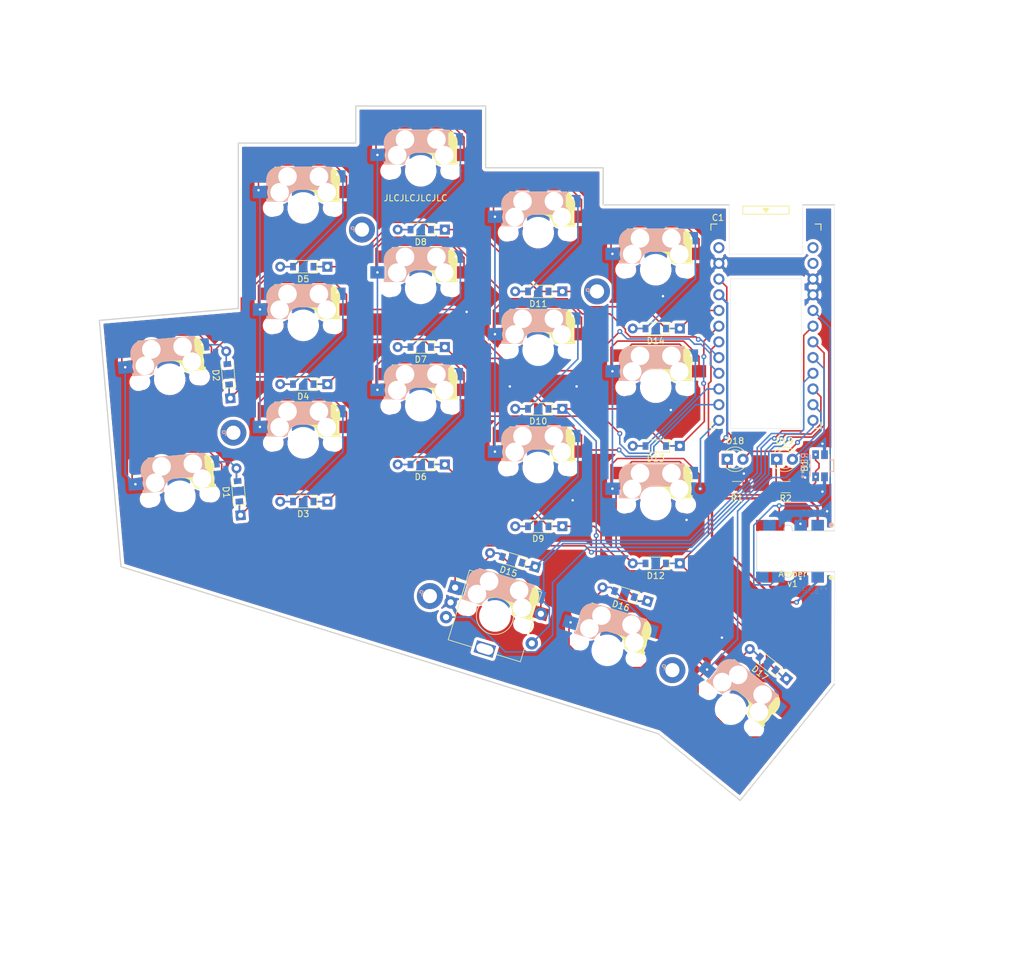
<source format=kicad_pcb>
(kicad_pcb (version 20171130) (host pcbnew "(5.1.8)-1")
  (title_block (title KEYBOARD_NAME_HERE) (rev VERSION_HERE) (company YOUR_NAME_HERE))
  (layers (0 F.Cu signal) (31 B.Cu signal) (34 B.Paste user) (35 F.Paste user) (36 B.SilkS user) (37 F.SilkS user) (38 B.Mask user) (39 F.Mask user) (44 Edge.Cuts user))
  (net 0 "")
  (net 1 GND)
  (net 2 RST)
  (net 3 "Net-(C1-Pad24)")
  (net 4 VCC)
  (net 5 RT)
  (net 6 RM)
  (net 7 RB)
  (net 8 CP)
  (net 9 CR)
  (net 10 CM)
  (net 11 CI)
  (net 12 CN)
  (net 13 CT)
  (net 14 EA)
  (net 15 EB)
  (net 16 Serial)
  (net 17 "Net-(C1-Pad2)")
  (net 18 "Net-(C1-Pad1)")
  (net 19 "Net-(D1-Pad2)")
  (net 20 "Net-(D2-Pad2)")
  (net 21 "Net-(D3-Pad2)")
  (net 22 "Net-(D4-Pad2)")
  (net 23 "Net-(D5-Pad2)")
  (net 24 "Net-(D6-Pad2)")
  (net 25 "Net-(D7-Pad2)")
  (net 26 "Net-(D8-Pad2)")
  (net 27 "Net-(D9-Pad2)")
  (net 28 "Net-(D10-Pad2)")
  (net 29 "Net-(D11-Pad2)")
  (net 30 "Net-(D12-Pad2)")
  (net 31 "Net-(D13-Pad2)")
  (net 32 "Net-(D14-Pad2)")
  (net 33 "Net-(D15-Pad2)")
  (net 34 "Net-(D16-Pad2)")
  (net 35 "Net-(D17-Pad2)")
  (net 36 LED1)
  (net 37 LED2)
  (net 38 "Net-(D18-Pad1)")
  (net 39 "Net-(D19-Pad1)")
  (net 40 CE)
  (net 41 RE)
  (net 42 "Net-(J1-Pad6)")
  (net 43 "Net-(J1-Pad5)")
  (net 44 "Net-(J1-Pad1)")
  (module amber:SW_SPST_EVQP7C (layer F.Cu) (at 103.505 -4.953 90)
    (fp_text reference B1 (at 0 -2.5 90) (layer F.SilkS))
    (fp_text value SW_DIP_x01)
    (fp_text user REF** (at 0 -2.5 270) (layer B.SilkS) (effects (justify mirror)))
    (pad 2 smd rect (at 1.8 0.72 270) (size 1.4 1.05) (layers B.Cu B.Paste B.Mask) (net 1 GND))
    (pad "" np_thru_hole circle (at 0 -0.9 270) (size 0.7 0.7) (drill 0.7) (layers *.Cu *.Mask))
    (pad "" np_thru_hole circle (at 0 0.9 270) (size 0.7 0.7) (drill 0.7) (layers *.Cu *.Mask))
    (pad 1 smd rect (at -1.8 -0.72 270) (size 1.4 1.05) (layers B.Cu B.Paste B.Mask) (net 2 RST))
    (pad 2 smd rect (at -1.8 0.72 270) (size 1.4 1.05) (layers B.Cu B.Paste B.Mask) (net 1 GND))
    (pad 1 smd rect (at 1.8 -0.72 270) (size 1.4 1.05) (layers B.Cu B.Paste B.Mask) (net 2 RST))
    (pad "" np_thru_hole circle (at 0 0.9 90) (size 0.7 0.7) (drill 0.7) (layers *.Cu *.Mask))
    (pad "" np_thru_hole circle (at 0 -0.9 90) (size 0.7 0.7) (drill 0.7) (layers *.Cu *.Mask))
    (pad 2 smd rect (at -1.8 0.72 90) (size 1.4 1.05) (layers F.Cu F.Paste F.Mask) (net 1 GND))
    (pad 2 smd rect (at 1.8 0.72 90) (size 1.4 1.05) (layers F.Cu F.Paste F.Mask) (net 1 GND))
    (pad 1 smd rect (at -1.8 -0.72 90) (size 1.4 1.05) (layers F.Cu F.Paste F.Mask) (net 2 RST))
    (pad 1 smd rect (at 1.8 -0.72 90) (size 1.4 1.05) (layers F.Cu F.Paste F.Mask) (net 2 RST))
  )
  (module amber:CUI_SJ-43504-SMT-TR-dual (layer F.Cu) (at 99.568 8.89 180)
    (fp_text reference J1 (at -3.130855 -6.336825) (layer F.SilkS) (effects (font (size 1.001866 1.001866) (thickness 0.015))))
    (fp_text value SJ-43504-SMT-TR)
    (fp_line (start -6.3 -3.3) (end 0.57 -3.3) (layer Edge.Cuts) (width 0.1))
    (fp_line (start 0.57 -3.3) (end 0.57 -3.6) (layer Edge.Cuts) (width 0.1))
    (fp_line (start 1.87 -3.6) (end 1.87 -3.3) (layer Edge.Cuts) (width 0.1))
    (fp_line (start 1.87 -3.3) (end 5.8 -3.3) (layer Edge.Cuts) (width 0.1))
    (fp_line (start 6.3 -2.8) (end 6.3 2.8) (layer Edge.Cuts) (width 0.1))
    (fp_line (start 5.8 3.3) (end 1.87 3.3) (layer Edge.Cuts) (width 0.1))
    (fp_line (start 1.87 3.3) (end 1.87 3.6) (layer Edge.Cuts) (width 0.1))
    (fp_line (start 0.57 3.6) (end 0.57 3.3) (layer Edge.Cuts) (width 0.1))
    (fp_line (start 0.57 3.3) (end -6.3 3.3) (layer Edge.Cuts) (width 0.1))
    (fp_text user REF** (at -3.130855 6.336825) (layer B.SilkS) (effects (font (size 1.001866 1.001866) (thickness 0.015)) (justify mirror)))
    (fp_text user REF** (at -3.130855 -6.336825) (layer F.SilkS) (effects (font (size 1.001866 1.001866) (thickness 0.015))))
    (fp_arc (start 1.22 3.6) (end 0.57 3.6) (angle -90) (layer Edge.Cuts) (width 0.1))
    (fp_arc (start 1.22 3.6) (end 1.22 4.25) (angle -90) (layer Edge.Cuts) (width 0.1))
    (fp_arc (start 5.8 2.8) (end 5.8 3.3) (angle -90) (layer Edge.Cuts) (width 0.1))
    (fp_arc (start 5.8 -2.8) (end 6.3 -2.8) (angle -90) (layer Edge.Cuts) (width 0.1))
    (fp_arc (start 1.22 -3.6) (end 1.87 -3.6) (angle -90) (layer Edge.Cuts) (width 0.1))
    (fp_arc (start 1.22 -3.6) (end 1.22 -4.25) (angle -90) (layer Edge.Cuts) (width 0.1))
    (pad 4 smd rect (at -3.55 -4.175 180) (size 2 1.75) (layers B.Cu B.Paste B.Mask) (net 4 VCC))
    (pad 6 smd rect (at 4.25 4.175 180) (size 2 1.75) (layers B.Cu B.Paste B.Mask) (net 42 "Net-(J1-Pad6)"))
    (pad 5 smd rect (at 5.4 -4.175 180) (size 2 1.75) (layers B.Cu B.Paste B.Mask) (net 43 "Net-(J1-Pad5)"))
    (pad 4 smd rect (at -3.55 -4.175 180) (size 2 1.75) (layers B.Cu B.Paste B.Mask) (net 4 VCC))
    (pad 1 smd rect (at -3.55 4.175 180) (size 2 1.75) (layers B.Cu B.Paste B.Mask) (net 44 "Net-(J1-Pad1)"))
    (pad 3 smd rect (at -0.8 4.175 180) (size 2 1.75) (layers B.Cu B.Paste B.Mask) (net 1 GND))
    (pad 3 smd rect (at -0.8 4.175 180) (size 2 1.75) (layers B.Cu B.Paste B.Mask) (net 1 GND))
    (pad 2 smd rect (at 2.8 -4.175 180) (size 2 1.75) (layers B.Cu B.Paste B.Mask) (net 16 Serial))
    (pad 5 smd rect (at 5.4 -4.175 180) (size 2 1.75) (layers B.Cu B.Paste B.Mask) (net 43 "Net-(J1-Pad5)"))
    (pad 2 smd rect (at 2.8 -4.175 180) (size 2 1.75) (layers B.Cu B.Paste B.Mask) (net 16 Serial))
    (pad 6 smd rect (at 4.25 4.175 180) (size 2 1.75) (layers B.Cu B.Paste B.Mask) (net 42 "Net-(J1-Pad6)"))
    (pad 1 smd rect (at -3.55 4.175 180) (size 2 1.75) (layers B.Cu B.Paste B.Mask) (net 44 "Net-(J1-Pad1)"))
    (pad 3 smd rect (at -0.8 -4.175 180) (size 2 1.75) (layers F.Cu F.Paste F.Mask) (net 1 GND))
    (pad 1 smd rect (at -3.55 -4.175 180) (size 2 1.75) (layers F.Cu F.Paste F.Mask) (net 44 "Net-(J1-Pad1)"))
    (pad 4 smd rect (at -3.55 4.175 180) (size 2 1.75) (layers F.Cu F.Paste F.Mask) (net 4 VCC))
    (pad 6 smd rect (at 4.25 -4.175 180) (size 2 1.75) (layers F.Cu F.Paste F.Mask) (net 42 "Net-(J1-Pad6)"))
    (pad 2 smd rect (at 2.8 4.175 180) (size 2 1.75) (layers F.Cu F.Paste F.Mask) (net 16 Serial))
    (pad 5 smd rect (at 5.4 4.175 180) (size 2 1.75) (layers F.Cu F.Paste F.Mask) (net 43 "Net-(J1-Pad5)"))
    (pad 5 smd rect (at 5.4 4.175 180) (size 2 1.75) (layers F.Cu F.Paste F.Mask) (net 43 "Net-(J1-Pad5)"))
    (pad 2 smd rect (at 2.8 4.175 180) (size 2 1.75) (layers F.Cu F.Paste F.Mask) (net 16 Serial))
    (pad 4 smd rect (at -3.55 4.175 180) (size 2 1.75) (layers F.Cu F.Paste F.Mask) (net 4 VCC))
    (pad 1 smd rect (at -3.55 -4.175 180) (size 2 1.75) (layers F.Cu F.Paste F.Mask) (net 44 "Net-(J1-Pad1)"))
    (pad 3 smd rect (at -0.8 -4.175 180) (size 2 1.75) (layers F.Cu F.Paste F.Mask) (net 1 GND))
    (pad 6 smd rect (at 4.25 -4.175 180) (size 2 1.75) (layers F.Cu F.Paste F.Mask) (net 42 "Net-(J1-Pad6)"))
  )
  (module amber:ProMicro (layer F.Cu) (at 94.75 -25.75)
    (fp_text reference C1 hide)
    (fp_text value ProMicro_r hide)
    (fp_text user C1 (at -7.755 -19.335) (layer F.SilkS))
    (fp_text user "" (at -1.2515 -16.256) (layer B.SilkS) (effects (justify mirror)))
    (fp_text user "" (at -0.545 -17.4) (layer F.SilkS))
    (pad 24 thru_hole circle (at -7.6086 -14.478) (size 1.8 1.8) (drill 1.1) (layers *.Cu *.Mask) (net 3 "Net-(C1-Pad24)"))
    (pad 23 thru_hole circle (at -7.6086 -11.938) (size 1.8 1.8) (drill 1.1) (layers *.Cu *.Mask) (net 1 GND))
    (pad 22 thru_hole circle (at -7.6086 -9.398) (size 1.8 1.8) (drill 1.1) (layers *.Cu *.Mask) (net 2 RST))
    (pad 21 thru_hole circle (at -7.6086 -6.858) (size 1.8 1.8) (drill 1.1) (layers *.Cu *.Mask) (net 4 VCC))
    (pad 20 thru_hole circle (at -7.6086 -4.318) (size 1.8 1.8) (drill 1.1) (layers *.Cu *.Mask) (net 5 RT))
    (pad 19 thru_hole circle (at -7.6086 -1.778) (size 1.8 1.8) (drill 1.1) (layers *.Cu *.Mask) (net 6 RM))
    (pad 18 thru_hole circle (at -7.6086 0.762) (size 1.8 1.8) (drill 1.1) (layers *.Cu *.Mask) (net 7 RB))
    (pad 17 thru_hole circle (at -7.6086 3.302) (size 1.8 1.8) (drill 1.1) (layers *.Cu *.Mask) (net 8 CP))
    (pad 16 thru_hole circle (at -7.6086 5.842) (size 1.8 1.8) (drill 1.1) (layers *.Cu *.Mask) (net 9 CR))
    (pad 15 thru_hole circle (at -7.6086 8.382) (size 1.8 1.8) (drill 1.1) (layers *.Cu *.Mask) (net 10 CM))
    (pad 14 thru_hole circle (at -7.6086 10.922) (size 1.8 1.8) (drill 1.1) (layers *.Cu *.Mask) (net 11 CI))
    (pad 13 thru_hole circle (at -7.6086 13.462) (size 1.8 1.8) (drill 1.1) (layers *.Cu *.Mask) (net 12 CN))
    (pad 12 thru_hole circle (at 7.6114 13.462) (size 1.8 1.8) (drill 1.1) (layers *.Cu *.Mask) (net 36 LED1))
    (pad 11 thru_hole circle (at 7.6114 10.922) (size 1.8 1.8) (drill 1.1) (layers *.Cu *.Mask) (net 37 LED2))
    (pad 10 thru_hole circle (at 7.6114 8.382) (size 1.8 1.8) (drill 1.1) (layers *.Cu *.Mask) (net 15 EB))
    (pad 9 thru_hole circle (at 7.6114 5.842) (size 1.8 1.8) (drill 1.1) (layers *.Cu *.Mask) (net 41 RE))
    (pad 8 thru_hole circle (at 7.6114 3.302) (size 1.8 1.8) (drill 1.1) (layers *.Cu *.Mask) (net 13 CT))
    (pad 7 thru_hole circle (at 7.6114 0.762) (size 1.8 1.8) (drill 1.1) (layers *.Cu *.Mask) (net 14 EA))
    (pad 6 thru_hole circle (at 7.6114 -1.778) (size 1.8 1.8) (drill 1.1) (layers *.Cu *.Mask) (net 40 CE))
    (pad 5 thru_hole circle (at 7.6114 -4.318) (size 1.8 1.8) (drill 1.1) (layers *.Cu *.Mask) (net 16 Serial))
    (pad 4 thru_hole circle (at 7.6114 -6.858) (size 1.8 1.8) (drill 1.1) (layers *.Cu *.Mask) (net 1 GND))
    (pad 3 thru_hole circle (at 7.6114 -9.398) (size 1.8 1.8) (drill 1.1) (layers *.Cu *.Mask) (net 1 GND))
    (pad 2 thru_hole circle (at 7.6114 -11.938) (size 1.8 1.8) (drill 1.1) (layers *.Cu *.Mask) (net 17 "Net-(C1-Pad2)"))
    (pad 1 thru_hole circle (at 7.6114 -14.478) (size 1.8 1.8) (drill 1.1) (layers *.Cu *.Mask) (net 18 "Net-(C1-Pad1)"))
  )
  (module amber:Diode_THT7.6_SOD123 (layer F.Cu) (at 95.028627 27.04636 141)
    (fp_text reference D17 (at 0 -2 141) (layer F.SilkS))
    (fp_text value 1N4148)
    (pad 2 smd rect (at 1.65 0 141) (size 0.9 1.2) (layers B.Cu B.Paste B.Mask) (net 35 "Net-(D17-Pad2)"))
    (pad 1 smd rect (at -1.65 0 141) (size 0.9 1.2) (layers B.Cu B.Paste B.Mask) (net 7 RB))
    (pad 2 thru_hole oval (at 3.72 0 141) (size 1.6 1.6) (drill 0.8) (layers *.Cu *.Mask) (net 35 "Net-(D17-Pad2)"))
    (pad 1 thru_hole rect (at -3.9 0 141) (size 1.6 1.6) (drill 0.8) (layers *.Cu *.Mask) (net 7 RB))
    (pad 2 smd rect (at 1.65 0 141) (size 0.9 1.2) (layers F.Cu F.Paste F.Mask) (net 35 "Net-(D17-Pad2)"))
    (pad 1 smd rect (at -1.65 0 141) (size 0.9 1.2) (layers F.Cu F.Paste F.Mask) (net 7 RB))
  )
  (module amber:Diode_THT7.6_SOD123 (layer F.Cu) (at 71.879398 15.818219 163)
    (fp_text reference D16 (at 0 -2 163) (layer F.SilkS))
    (fp_text value 1N4148)
    (pad 2 smd rect (at 1.65 0 163) (size 0.9 1.2) (layers B.Cu B.Paste B.Mask) (net 34 "Net-(D16-Pad2)"))
    (pad 1 smd rect (at -1.65 0 163) (size 0.9 1.2) (layers B.Cu B.Paste B.Mask) (net 6 RM))
    (pad 2 thru_hole oval (at 3.72 0 163) (size 1.6 1.6) (drill 0.8) (layers *.Cu *.Mask) (net 34 "Net-(D16-Pad2)"))
    (pad 1 thru_hole rect (at -3.9 0 163) (size 1.6 1.6) (drill 0.8) (layers *.Cu *.Mask) (net 6 RM))
    (pad 2 smd rect (at 1.65 0 163) (size 0.9 1.2) (layers F.Cu F.Paste F.Mask) (net 34 "Net-(D16-Pad2)"))
    (pad 1 smd rect (at -1.65 0 163) (size 0.9 1.2) (layers F.Cu F.Paste F.Mask) (net 6 RM))
  )
  (module amber:Diode_THT7.6_SOD123 (layer F.Cu) (at 53.709607 10.263156 163)
    (fp_text reference D15 (at 0 -2 163) (layer F.SilkS))
    (fp_text value 1N4148)
    (pad 2 smd rect (at 1.65 0 163) (size 0.9 1.2) (layers B.Cu B.Paste B.Mask) (net 33 "Net-(D15-Pad2)"))
    (pad 1 smd rect (at -1.65 0 163) (size 0.9 1.2) (layers B.Cu B.Paste B.Mask) (net 41 RE))
    (pad 2 thru_hole oval (at 3.72 0 163) (size 1.6 1.6) (drill 0.8) (layers *.Cu *.Mask) (net 33 "Net-(D15-Pad2)"))
    (pad 1 thru_hole rect (at -3.9 0 163) (size 1.6 1.6) (drill 0.8) (layers *.Cu *.Mask) (net 41 RE))
    (pad 2 smd rect (at 1.65 0 163) (size 0.9 1.2) (layers F.Cu F.Paste F.Mask) (net 33 "Net-(D15-Pad2)"))
    (pad 1 smd rect (at -1.65 0 163) (size 0.9 1.2) (layers F.Cu F.Paste F.Mask) (net 41 RE))
  )
  (module amber:Diode_THT7.6_SOD123 (layer F.Cu) (at 76.932076 -27.151949 180)
    (fp_text reference D14 (at 0 -2) (layer F.SilkS))
    (fp_text value 1N4148)
    (pad 2 smd rect (at 1.65 0 180) (size 0.9 1.2) (layers B.Cu B.Paste B.Mask) (net 32 "Net-(D14-Pad2)"))
    (pad 1 smd rect (at -1.65 0 180) (size 0.9 1.2) (layers B.Cu B.Paste B.Mask) (net 5 RT))
    (pad 2 thru_hole oval (at 3.72 0 180) (size 1.6 1.6) (drill 0.8) (layers *.Cu *.Mask) (net 32 "Net-(D14-Pad2)"))
    (pad 1 thru_hole rect (at -3.9 0 180) (size 1.6 1.6) (drill 0.8) (layers *.Cu *.Mask) (net 5 RT))
    (pad 2 smd rect (at 1.65 0 180) (size 0.9 1.2) (layers F.Cu F.Paste F.Mask) (net 32 "Net-(D14-Pad2)"))
    (pad 1 smd rect (at -1.65 0 180) (size 0.9 1.2) (layers F.Cu F.Paste F.Mask) (net 5 RT))
  )
  (module amber:Diode_THT7.6_SOD123 (layer F.Cu) (at 76.932076 -8.151949 180)
    (fp_text reference D13 (at 0 -2) (layer F.SilkS))
    (fp_text value 1N4148)
    (pad 2 smd rect (at 1.65 0 180) (size 0.9 1.2) (layers B.Cu B.Paste B.Mask) (net 31 "Net-(D13-Pad2)"))
    (pad 1 smd rect (at -1.65 0 180) (size 0.9 1.2) (layers B.Cu B.Paste B.Mask) (net 6 RM))
    (pad 2 thru_hole oval (at 3.72 0 180) (size 1.6 1.6) (drill 0.8) (layers *.Cu *.Mask) (net 31 "Net-(D13-Pad2)"))
    (pad 1 thru_hole rect (at -3.9 0 180) (size 1.6 1.6) (drill 0.8) (layers *.Cu *.Mask) (net 6 RM))
    (pad 2 smd rect (at 1.65 0 180) (size 0.9 1.2) (layers F.Cu F.Paste F.Mask) (net 31 "Net-(D13-Pad2)"))
    (pad 1 smd rect (at -1.65 0 180) (size 0.9 1.2) (layers F.Cu F.Paste F.Mask) (net 6 RM))
  )
  (module amber:Diode_THT7.6_SOD123 (layer F.Cu) (at 76.932076 10.848051 180)
    (fp_text reference D12 (at 0 -2) (layer F.SilkS))
    (fp_text value 1N4148)
    (pad 2 smd rect (at 1.65 0 180) (size 0.9 1.2) (layers B.Cu B.Paste B.Mask) (net 30 "Net-(D12-Pad2)"))
    (pad 1 smd rect (at -1.65 0 180) (size 0.9 1.2) (layers B.Cu B.Paste B.Mask) (net 7 RB))
    (pad 2 thru_hole oval (at 3.72 0 180) (size 1.6 1.6) (drill 0.8) (layers *.Cu *.Mask) (net 30 "Net-(D12-Pad2)"))
    (pad 1 thru_hole rect (at -3.9 0 180) (size 1.6 1.6) (drill 0.8) (layers *.Cu *.Mask) (net 7 RB))
    (pad 2 smd rect (at 1.65 0 180) (size 0.9 1.2) (layers F.Cu F.Paste F.Mask) (net 30 "Net-(D12-Pad2)"))
    (pad 1 smd rect (at -1.65 0 180) (size 0.9 1.2) (layers F.Cu F.Paste F.Mask) (net 7 RB))
  )
  (module amber:Diode_THT7.6_SOD123 (layer F.Cu) (at 57.932076 -33.151949 180)
    (fp_text reference D11 (at 0 -2) (layer F.SilkS))
    (fp_text value 1N4148)
    (pad 2 smd rect (at 1.65 0 180) (size 0.9 1.2) (layers B.Cu B.Paste B.Mask) (net 29 "Net-(D11-Pad2)"))
    (pad 1 smd rect (at -1.65 0 180) (size 0.9 1.2) (layers B.Cu B.Paste B.Mask) (net 5 RT))
    (pad 2 thru_hole oval (at 3.72 0 180) (size 1.6 1.6) (drill 0.8) (layers *.Cu *.Mask) (net 29 "Net-(D11-Pad2)"))
    (pad 1 thru_hole rect (at -3.9 0 180) (size 1.6 1.6) (drill 0.8) (layers *.Cu *.Mask) (net 5 RT))
    (pad 2 smd rect (at 1.65 0 180) (size 0.9 1.2) (layers F.Cu F.Paste F.Mask) (net 29 "Net-(D11-Pad2)"))
    (pad 1 smd rect (at -1.65 0 180) (size 0.9 1.2) (layers F.Cu F.Paste F.Mask) (net 5 RT))
  )
  (module amber:Diode_THT7.6_SOD123 (layer F.Cu) (at 57.932076 -14.151949 180)
    (fp_text reference D10 (at 0 -2) (layer F.SilkS))
    (fp_text value 1N4148)
    (pad 2 smd rect (at 1.65 0 180) (size 0.9 1.2) (layers B.Cu B.Paste B.Mask) (net 28 "Net-(D10-Pad2)"))
    (pad 1 smd rect (at -1.65 0 180) (size 0.9 1.2) (layers B.Cu B.Paste B.Mask) (net 6 RM))
    (pad 2 thru_hole oval (at 3.72 0 180) (size 1.6 1.6) (drill 0.8) (layers *.Cu *.Mask) (net 28 "Net-(D10-Pad2)"))
    (pad 1 thru_hole rect (at -3.9 0 180) (size 1.6 1.6) (drill 0.8) (layers *.Cu *.Mask) (net 6 RM))
    (pad 2 smd rect (at 1.65 0 180) (size 0.9 1.2) (layers F.Cu F.Paste F.Mask) (net 28 "Net-(D10-Pad2)"))
    (pad 1 smd rect (at -1.65 0 180) (size 0.9 1.2) (layers F.Cu F.Paste F.Mask) (net 6 RM))
  )
  (module amber:Diode_THT7.6_SOD123 (layer F.Cu) (at 57.932076 4.848052 180)
    (fp_text reference D9 (at 0 -2) (layer F.SilkS))
    (fp_text value 1N4148)
    (pad 2 smd rect (at 1.65 0 180) (size 0.9 1.2) (layers B.Cu B.Paste B.Mask) (net 27 "Net-(D9-Pad2)"))
    (pad 1 smd rect (at -1.65 0 180) (size 0.9 1.2) (layers B.Cu B.Paste B.Mask) (net 7 RB))
    (pad 2 thru_hole oval (at 3.72 0 180) (size 1.6 1.6) (drill 0.8) (layers *.Cu *.Mask) (net 27 "Net-(D9-Pad2)"))
    (pad 1 thru_hole rect (at -3.9 0 180) (size 1.6 1.6) (drill 0.8) (layers *.Cu *.Mask) (net 7 RB))
    (pad 2 smd rect (at 1.65 0 180) (size 0.9 1.2) (layers F.Cu F.Paste F.Mask) (net 27 "Net-(D9-Pad2)"))
    (pad 1 smd rect (at -1.65 0 180) (size 0.9 1.2) (layers F.Cu F.Paste F.Mask) (net 7 RB))
  )
  (module amber:Diode_THT7.6_SOD123 (layer F.Cu) (at 38.932076 -43.151949 180)
    (fp_text reference D8 (at 0 -2) (layer F.SilkS))
    (fp_text value 1N4148)
    (pad 2 smd rect (at 1.65 0 180) (size 0.9 1.2) (layers B.Cu B.Paste B.Mask) (net 26 "Net-(D8-Pad2)"))
    (pad 1 smd rect (at -1.65 0 180) (size 0.9 1.2) (layers B.Cu B.Paste B.Mask) (net 5 RT))
    (pad 2 thru_hole oval (at 3.72 0 180) (size 1.6 1.6) (drill 0.8) (layers *.Cu *.Mask) (net 26 "Net-(D8-Pad2)"))
    (pad 1 thru_hole rect (at -3.9 0 180) (size 1.6 1.6) (drill 0.8) (layers *.Cu *.Mask) (net 5 RT))
    (pad 2 smd rect (at 1.65 0 180) (size 0.9 1.2) (layers F.Cu F.Paste F.Mask) (net 26 "Net-(D8-Pad2)"))
    (pad 1 smd rect (at -1.65 0 180) (size 0.9 1.2) (layers F.Cu F.Paste F.Mask) (net 5 RT))
  )
  (module amber:Diode_THT7.6_SOD123 (layer F.Cu) (at 38.932076 -24.151949 180)
    (fp_text reference D7 (at 0 -2) (layer F.SilkS))
    (fp_text value 1N4148)
    (pad 2 smd rect (at 1.65 0 180) (size 0.9 1.2) (layers B.Cu B.Paste B.Mask) (net 25 "Net-(D7-Pad2)"))
    (pad 1 smd rect (at -1.65 0 180) (size 0.9 1.2) (layers B.Cu B.Paste B.Mask) (net 6 RM))
    (pad 2 thru_hole oval (at 3.72 0 180) (size 1.6 1.6) (drill 0.8) (layers *.Cu *.Mask) (net 25 "Net-(D7-Pad2)"))
    (pad 1 thru_hole rect (at -3.9 0 180) (size 1.6 1.6) (drill 0.8) (layers *.Cu *.Mask) (net 6 RM))
    (pad 2 smd rect (at 1.65 0 180) (size 0.9 1.2) (layers F.Cu F.Paste F.Mask) (net 25 "Net-(D7-Pad2)"))
    (pad 1 smd rect (at -1.65 0 180) (size 0.9 1.2) (layers F.Cu F.Paste F.Mask) (net 6 RM))
  )
  (module amber:Diode_THT7.6_SOD123 (layer F.Cu) (at 38.932076 -5.151949 180)
    (fp_text reference D6 (at 0 -2) (layer F.SilkS))
    (fp_text value 1N4148)
    (pad 2 smd rect (at 1.65 0 180) (size 0.9 1.2) (layers B.Cu B.Paste B.Mask) (net 24 "Net-(D6-Pad2)"))
    (pad 1 smd rect (at -1.65 0 180) (size 0.9 1.2) (layers B.Cu B.Paste B.Mask) (net 7 RB))
    (pad 2 thru_hole oval (at 3.72 0 180) (size 1.6 1.6) (drill 0.8) (layers *.Cu *.Mask) (net 24 "Net-(D6-Pad2)"))
    (pad 1 thru_hole rect (at -3.9 0 180) (size 1.6 1.6) (drill 0.8) (layers *.Cu *.Mask) (net 7 RB))
    (pad 2 smd rect (at 1.65 0 180) (size 0.9 1.2) (layers F.Cu F.Paste F.Mask) (net 24 "Net-(D6-Pad2)"))
    (pad 1 smd rect (at -1.65 0 180) (size 0.9 1.2) (layers F.Cu F.Paste F.Mask) (net 7 RB))
  )
  (module amber:Diode_THT7.6_SOD123 (layer F.Cu) (at 19.932076 -37.151949 180)
    (fp_text reference D5 (at 0 -2) (layer F.SilkS))
    (fp_text value 1N4148)
    (pad 2 smd rect (at 1.65 0 180) (size 0.9 1.2) (layers B.Cu B.Paste B.Mask) (net 23 "Net-(D5-Pad2)"))
    (pad 1 smd rect (at -1.65 0 180) (size 0.9 1.2) (layers B.Cu B.Paste B.Mask) (net 5 RT))
    (pad 2 thru_hole oval (at 3.72 0 180) (size 1.6 1.6) (drill 0.8) (layers *.Cu *.Mask) (net 23 "Net-(D5-Pad2)"))
    (pad 1 thru_hole rect (at -3.9 0 180) (size 1.6 1.6) (drill 0.8) (layers *.Cu *.Mask) (net 5 RT))
    (pad 2 smd rect (at 1.65 0 180) (size 0.9 1.2) (layers F.Cu F.Paste F.Mask) (net 23 "Net-(D5-Pad2)"))
    (pad 1 smd rect (at -1.65 0 180) (size 0.9 1.2) (layers F.Cu F.Paste F.Mask) (net 5 RT))
  )
  (module amber:Diode_THT7.6_SOD123 (layer F.Cu) (at 19.932076 -18.151949 180)
    (fp_text reference D4 (at 0 -2) (layer F.SilkS))
    (fp_text value 1N4148)
    (pad 2 smd rect (at 1.65 0 180) (size 0.9 1.2) (layers B.Cu B.Paste B.Mask) (net 22 "Net-(D4-Pad2)"))
    (pad 1 smd rect (at -1.65 0 180) (size 0.9 1.2) (layers B.Cu B.Paste B.Mask) (net 6 RM))
    (pad 2 thru_hole oval (at 3.72 0 180) (size 1.6 1.6) (drill 0.8) (layers *.Cu *.Mask) (net 22 "Net-(D4-Pad2)"))
    (pad 1 thru_hole rect (at -3.9 0 180) (size 1.6 1.6) (drill 0.8) (layers *.Cu *.Mask) (net 6 RM))
    (pad 2 smd rect (at 1.65 0 180) (size 0.9 1.2) (layers F.Cu F.Paste F.Mask) (net 22 "Net-(D4-Pad2)"))
    (pad 1 smd rect (at -1.65 0 180) (size 0.9 1.2) (layers F.Cu F.Paste F.Mask) (net 6 RM))
  )
  (module amber:Diode_THT7.6_SOD123 (layer F.Cu) (at 19.932076 0.848052 180)
    (fp_text reference D3 (at 0 -2) (layer F.SilkS))
    (fp_text value 1N4148)
    (pad 2 smd rect (at 1.65 0 180) (size 0.9 1.2) (layers B.Cu B.Paste B.Mask) (net 21 "Net-(D3-Pad2)"))
    (pad 1 smd rect (at -1.65 0 180) (size 0.9 1.2) (layers B.Cu B.Paste B.Mask) (net 7 RB))
    (pad 2 thru_hole oval (at 3.72 0 180) (size 1.6 1.6) (drill 0.8) (layers *.Cu *.Mask) (net 21 "Net-(D3-Pad2)"))
    (pad 1 thru_hole rect (at -3.9 0 180) (size 1.6 1.6) (drill 0.8) (layers *.Cu *.Mask) (net 7 RB))
    (pad 2 smd rect (at 1.65 0 180) (size 0.9 1.2) (layers F.Cu F.Paste F.Mask) (net 21 "Net-(D3-Pad2)"))
    (pad 1 smd rect (at -1.65 0 180) (size 0.9 1.2) (layers F.Cu F.Paste F.Mask) (net 7 RB))
  )
  (module amber:Diode_THT7.6_SOD123 (layer F.Cu) (at 7.80789 -19.755679 95)
    (fp_text reference D2 (at 0 -2 95) (layer F.SilkS))
    (fp_text value 1N4148)
    (pad 2 smd rect (at 1.65 0 95) (size 0.9 1.2) (layers B.Cu B.Paste B.Mask) (net 20 "Net-(D2-Pad2)"))
    (pad 1 smd rect (at -1.65 0 95) (size 0.9 1.2) (layers B.Cu B.Paste B.Mask) (net 6 RM))
    (pad 2 thru_hole oval (at 3.72 0 95) (size 1.6 1.6) (drill 0.8) (layers *.Cu *.Mask) (net 20 "Net-(D2-Pad2)"))
    (pad 1 thru_hole rect (at -3.9 0 95) (size 1.6 1.6) (drill 0.8) (layers *.Cu *.Mask) (net 6 RM))
    (pad 2 smd rect (at 1.65 0 95) (size 0.9 1.2) (layers F.Cu F.Paste F.Mask) (net 20 "Net-(D2-Pad2)"))
    (pad 1 smd rect (at -1.65 0 95) (size 0.9 1.2) (layers F.Cu F.Paste F.Mask) (net 6 RM))
  )
  (module amber:Diode_THT7.6_SOD123 (layer F.Cu) (at 9.46385 -0.82798 95)
    (fp_text reference D1 (at 0 -2 95) (layer F.SilkS))
    (fp_text value 1N4148)
    (pad 2 smd rect (at 1.65 0 95) (size 0.9 1.2) (layers B.Cu B.Paste B.Mask) (net 19 "Net-(D1-Pad2)"))
    (pad 1 smd rect (at -1.65 0 95) (size 0.9 1.2) (layers B.Cu B.Paste B.Mask) (net 7 RB))
    (pad 2 thru_hole oval (at 3.72 0 95) (size 1.6 1.6) (drill 0.8) (layers *.Cu *.Mask) (net 19 "Net-(D1-Pad2)"))
    (pad 1 thru_hole rect (at -3.9 0 95) (size 1.6 1.6) (drill 0.8) (layers *.Cu *.Mask) (net 7 RB))
    (pad 2 smd rect (at 1.65 0 95) (size 0.9 1.2) (layers F.Cu F.Paste F.Mask) (net 19 "Net-(D1-Pad2)"))
    (pad 1 smd rect (at -1.65 0 95) (size 0.9 1.2) (layers F.Cu F.Paste F.Mask) (net 7 RB))
  )
  (module amber:Switch_MX2side_Encoder (layer F.Cu) (at 50.932076 19.348052 343)
    (fp_text reference S15 hide)
    (fp_text value Rotary_Encoder_Switch hide)
    (pad S1 thru_hole circle (at 7 2.5 343) (size 2 2) (drill 1) (layers *.Cu *.Mask) (net 40 CE))
    (pad B thru_hole circle (at -7.5 2.5 343) (size 2 2) (drill 1) (layers *.Cu *.Mask) (net 15 EB))
    (pad C thru_hole circle (at -7.5 0 343) (size 2 2) (drill 1) (layers *.Cu *.Mask) (net 1 GND))
    (pad A thru_hole rect (at -7.5 -2.5 343) (size 2 2) (drill 1) (layers *.Cu *.Mask) (net 14 EA))
    (pad S2 thru_hole circle (at 7 -2.5 343) (size 2 2) (drill 1) (layers *.Cu *.Mask) (net 33 "Net-(D15-Pad2)"))
    (pad MP thru_hole rect (at 0 5.6 343) (size 3.2 2) (drill oval 2.8 1.5) (layers *.Cu *.Mask))
    (pad "" np_thru_hole circle (at 2.54 -5.08 163) (size 3 3) (drill 3) (layers *.Cu *.Mask))
    (pad "" np_thru_hole circle (at 0 0 73) (size 4.1 4.1) (drill 4.1) (layers *.Cu *.Mask))
    (pad "" np_thru_hole circle (at 5.08 0 343) (size 1.9 1.9) (drill 1.9) (layers *.Cu *.Mask))
    (pad "" np_thru_hole circle (at -4.5 0 343) (size 1.7 1.7) (drill 1.7) (layers *.Cu *.Mask))
    (pad "" np_thru_hole circle (at -5.08 0 343) (size 1.9 1.9) (drill 1.9) (layers *.Cu *.Mask))
    (pad S1 smd rect (at 5.7 -5.12 163) (size 2.3 2) (layers B.Cu B.Paste B.Mask) (net 40 CE))
    (pad "" np_thru_hole circle (at 4.5 0 343) (size 1.7 1.7) (drill 1.7) (layers *.Cu *.Mask))
    (pad S2 smd rect (at -5.7 -5.12 163) (size 2.3 2) (layers F.Cu F.Paste F.Mask) (net 33 "Net-(D15-Pad2)"))
    (pad A smd rect (at -7 -2.58 163) (size 2.3 2) (layers B.Cu B.Paste B.Mask) (net 14 EA))
    (pad "" np_thru_hole circle (at -3.81 -2.54 163) (size 3 3) (drill 3) (layers *.Cu *.Mask))
    (pad "" np_thru_hole circle (at -2.54 -5.08 163) (size 3 3) (drill 3) (layers *.Cu *.Mask))
    (pad S2 smd rect (at 7 -2.58 163) (size 2.3 2) (layers F.Cu F.Paste F.Mask) (net 33 "Net-(D15-Pad2)"))
    (pad "" np_thru_hole circle (at 3.81 -2.540001 163) (size 3 3) (drill 3) (layers *.Cu *.Mask))
  )
  (module kbd:M2_Hole_TH (layer F.Cu) (at 67.432076 -33.151949)
    (fp_text reference P1 hide)
    (fp_text value "" hide)
    (fp_text user P (at -1.5 0) (layer B.SilkS) (effects (font (size 0.8 0.8)) (justify mirror)))
    (pad "" thru_hole circle (at 0 0) (size 4.2 4.2) (drill 2.3) (layers *.Cu *.Mask))
  )
  (module kbd:M2_Hole_TH (layer F.Cu) (at 29.432076 -43.151949)
    (fp_text reference P2 hide)
    (fp_text value "" hide)
    (fp_text user P (at -1.5 0) (layer B.SilkS) (effects (font (size 0.8 0.8)) (justify mirror)))
    (pad "" thru_hole circle (at 0 0) (size 4.2 4.2) (drill 2.3) (layers *.Cu *.Mask))
  )
  (module kbd:M2_Hole_TH (layer F.Cu) (at 8.63587 -10.291829 5)
    (fp_text reference P3 hide)
    (fp_text value "" hide)
    (fp_text user P (at -1.5 0 5) (layer B.SilkS) (effects (font (size 0.8 0.8)) (justify mirror)))
    (pad "" thru_hole circle (at 0 0 5) (size 4.2 4.2) (drill 2.3) (layers *.Cu *.Mask))
  )
  (module kbd:M2_Hole_TH (layer F.Cu) (at 40.412724 16.131963 343)
    (fp_text reference P4 hide)
    (fp_text value "" hide)
    (fp_text user P (at -1.5 0 343) (layer B.SilkS) (effects (font (size 0.8 0.8)) (justify mirror)))
    (pad "" thru_hole circle (at 0 0 343) (size 4.2 4.2) (drill 2.3) (layers *.Cu *.Mask))
  )
  (module kbd:M2_Hole_TH (layer F.Cu) (at 79.621219 28.119203 343)
    (fp_text reference P5 hide)
    (fp_text value "" hide)
    (fp_text user P (at -1.5 0 343) (layer B.SilkS) (effects (font (size 0.8 0.8)) (justify mirror)))
    (pad "" thru_hole circle (at 0 0 343) (size 4.2 4.2) (drill 2.3) (layers *.Cu *.Mask))
  )
  (module Resistor_SMD:R_1206_3216Metric_Pad1.30x1.75mm_HandSolder (layer F.Cu) (at 97.95 -1.5 180)
    (fp_text reference R2 (at 0 -1.82) (layer F.SilkS))
    (fp_text value R)
    (pad 2 smd roundrect (at 1.55 0 180) (size 1.3 1.75) (layers F.Cu F.Paste F.Mask) (roundrect_rratio 0.1923076923076923) (net 39 "Net-(D19-Pad1)"))
    (pad 1 smd roundrect (at -1.55 0 180) (size 1.3 1.75) (layers F.Cu F.Paste F.Mask) (roundrect_rratio 0.1923076923076923) (net 1 GND))
  )
  (module Resistor_SMD:R_1206_3216Metric_Pad1.30x1.75mm_HandSolder (layer F.Cu) (at 90.05 -1.5 180)
    (fp_text reference R1 (at 0 -1.82) (layer F.SilkS))
    (fp_text value R)
    (pad 2 smd roundrect (at 1.55 0 180) (size 1.3 1.75) (layers F.Cu F.Paste F.Mask) (roundrect_rratio 0.1923076923076923) (net 38 "Net-(D18-Pad1)"))
    (pad 1 smd roundrect (at -1.55 0 180) (size 1.3 1.75) (layers F.Cu F.Paste F.Mask) (roundrect_rratio 0.1923076923076923) (net 1 GND))
  )
  (module LED_THT:LED_D3.0mm (layer F.Cu) (at 96.5 -6)
    (fp_text reference D19 (at 1.27 -2.96) (layer F.SilkS))
    (fp_text value LED)
    (pad 2 thru_hole circle (at 2.54 0) (size 1.8 1.8) (drill 0.9) (layers *.Cu *.Mask) (net 37 LED2))
    (pad 1 thru_hole rect (at 0 0) (size 1.8 1.8) (drill 0.9) (layers *.Cu *.Mask) (net 39 "Net-(D19-Pad1)"))
  )
  (module LED_THT:LED_D3.0mm (layer F.Cu) (at 88.5 -6)
    (fp_text reference D18 (at 1.27 -2.96) (layer F.SilkS))
    (fp_text value LED)
    (pad 2 thru_hole circle (at 2.54 0) (size 1.8 1.8) (drill 0.9) (layers *.Cu *.Mask) (net 36 LED1))
    (pad 1 thru_hole rect (at 0 0) (size 1.8 1.8) (drill 0.9) (layers *.Cu *.Mask) (net 38 "Net-(D18-Pad1)"))
  )
  (module kbd:CherryMX_MidHeight_Hotswap (layer F.Cu) (at 89.050083 34.429246 321)
    (fp_text reference S17 hide)
    (fp_text value SW_Push hide)
    (pad "" np_thru_hole circle (at 4.5 0 321) (size 1.7 1.7) (drill 1.7) (layers *.Cu *.Mask))
    (pad "" np_thru_hole circle (at -4.5 0 321) (size 1.7 1.7) (drill 1.7) (layers *.Cu *.Mask))
    (pad 2 smd rect (at 5.7 -5.12 141) (size 2.3 2) (layers B.Cu B.Paste B.Mask) (net 35 "Net-(D17-Pad2)"))
    (pad "" np_thru_hole circle (at -5.08 0 321) (size 1.9 1.9) (drill 1.9) (layers *.Cu *.Mask))
    (pad "" np_thru_hole circle (at 5.08 0 321) (size 1.9 1.9) (drill 1.9) (layers *.Cu *.Mask))
    (pad "" np_thru_hole circle (at 0 0 51) (size 4.1 4.1) (drill 4.1) (layers *.Cu *.Mask))
    (pad "" np_thru_hole circle (at 2.54 -5.08 141) (size 3 3) (drill 3) (layers *.Cu *.Mask))
    (pad "" np_thru_hole circle (at 3.81 -2.540001 141) (size 3 3) (drill 3) (layers *.Cu *.Mask))
    (pad "" np_thru_hole circle (at -2.54 -5.08 141) (size 3 3) (drill 3) (layers *.Cu *.Mask))
    (pad "" np_thru_hole circle (at -3.81 -2.54 141) (size 3 3) (drill 3) (layers *.Cu *.Mask))
    (pad 2 smd rect (at -5.7 -5.12 141) (size 2.3 2) (layers F.Cu F.Paste F.Mask) (net 35 "Net-(D17-Pad2)"))
    (pad 1 smd rect (at 7 -2.58 141) (size 2.3 2) (layers F.Cu F.Paste F.Mask) (net 13 CT))
    (pad 1 smd rect (at -7 -2.58 141) (size 2.3 2) (layers B.Cu B.Paste B.Mask) (net 13 CT))
  )
  (module kbd:CherryMX_MidHeight_Hotswap (layer F.Cu) (at 69.101866 24.903114 343)
    (fp_text reference S16 hide)
    (fp_text value SW_Push hide)
    (pad "" np_thru_hole circle (at 4.5 0 343) (size 1.7 1.7) (drill 1.7) (layers *.Cu *.Mask))
    (pad "" np_thru_hole circle (at -4.5 0 343) (size 1.7 1.7) (drill 1.7) (layers *.Cu *.Mask))
    (pad 2 smd rect (at 5.7 -5.12 163) (size 2.3 2) (layers B.Cu B.Paste B.Mask) (net 34 "Net-(D16-Pad2)"))
    (pad "" np_thru_hole circle (at -5.08 0 343) (size 1.9 1.9) (drill 1.9) (layers *.Cu *.Mask))
    (pad "" np_thru_hole circle (at 5.08 0 343) (size 1.9 1.9) (drill 1.9) (layers *.Cu *.Mask))
    (pad "" np_thru_hole circle (at 0 0 73) (size 4.1 4.1) (drill 4.1) (layers *.Cu *.Mask))
    (pad "" np_thru_hole circle (at 2.54 -5.08 163) (size 3 3) (drill 3) (layers *.Cu *.Mask))
    (pad "" np_thru_hole circle (at 3.81 -2.540001 163) (size 3 3) (drill 3) (layers *.Cu *.Mask))
    (pad "" np_thru_hole circle (at -2.54 -5.08 163) (size 3 3) (drill 3) (layers *.Cu *.Mask))
    (pad "" np_thru_hole circle (at -3.81 -2.54 163) (size 3 3) (drill 3) (layers *.Cu *.Mask))
    (pad 2 smd rect (at -5.7 -5.12 163) (size 2.3 2) (layers F.Cu F.Paste F.Mask) (net 34 "Net-(D16-Pad2)"))
    (pad 1 smd rect (at 7 -2.58 163) (size 2.3 2) (layers F.Cu F.Paste F.Mask) (net 13 CT))
    (pad 1 smd rect (at -7 -2.58 163) (size 2.3 2) (layers B.Cu B.Paste B.Mask) (net 13 CT))
  )
  (module kbd:CherryMX_MidHeight_Hotswap (layer F.Cu) (at 76.932076 -36.651949)
    (fp_text reference S14 hide)
    (fp_text value SW_Push hide)
    (pad "" np_thru_hole circle (at 4.5 0) (size 1.7 1.7) (drill 1.7) (layers *.Cu *.Mask))
    (pad "" np_thru_hole circle (at -4.5 0) (size 1.7 1.7) (drill 1.7) (layers *.Cu *.Mask))
    (pad 2 smd rect (at 5.7 -5.12 180) (size 2.3 2) (layers B.Cu B.Paste B.Mask) (net 32 "Net-(D14-Pad2)"))
    (pad "" np_thru_hole circle (at -5.08 0) (size 1.9 1.9) (drill 1.9) (layers *.Cu *.Mask))
    (pad "" np_thru_hole circle (at 5.08 0) (size 1.9 1.9) (drill 1.9) (layers *.Cu *.Mask))
    (pad "" np_thru_hole circle (at 0 0 90) (size 4.1 4.1) (drill 4.1) (layers *.Cu *.Mask))
    (pad "" np_thru_hole circle (at 2.54 -5.08 180) (size 3 3) (drill 3) (layers *.Cu *.Mask))
    (pad "" np_thru_hole circle (at 3.81 -2.540001 180) (size 3 3) (drill 3) (layers *.Cu *.Mask))
    (pad "" np_thru_hole circle (at -2.54 -5.08 180) (size 3 3) (drill 3) (layers *.Cu *.Mask))
    (pad "" np_thru_hole circle (at -3.81 -2.54 180) (size 3 3) (drill 3) (layers *.Cu *.Mask))
    (pad 2 smd rect (at -5.7 -5.12 180) (size 2.3 2) (layers F.Cu F.Paste F.Mask) (net 32 "Net-(D14-Pad2)"))
    (pad 1 smd rect (at 7 -2.58 180) (size 2.3 2) (layers F.Cu F.Paste F.Mask) (net 12 CN))
    (pad 1 smd rect (at -7 -2.58 180) (size 2.3 2) (layers B.Cu B.Paste B.Mask) (net 12 CN))
  )
  (module kbd:CherryMX_MidHeight_Hotswap (layer F.Cu) (at 76.932076 -17.651949)
    (fp_text reference S13 hide)
    (fp_text value SW_Push hide)
    (pad "" np_thru_hole circle (at 4.5 0) (size 1.7 1.7) (drill 1.7) (layers *.Cu *.Mask))
    (pad "" np_thru_hole circle (at -4.5 0) (size 1.7 1.7) (drill 1.7) (layers *.Cu *.Mask))
    (pad 2 smd rect (at 5.7 -5.12 180) (size 2.3 2) (layers B.Cu B.Paste B.Mask) (net 31 "Net-(D13-Pad2)"))
    (pad "" np_thru_hole circle (at -5.08 0) (size 1.9 1.9) (drill 1.9) (layers *.Cu *.Mask))
    (pad "" np_thru_hole circle (at 5.08 0) (size 1.9 1.9) (drill 1.9) (layers *.Cu *.Mask))
    (pad "" np_thru_hole circle (at 0 0 90) (size 4.1 4.1) (drill 4.1) (layers *.Cu *.Mask))
    (pad "" np_thru_hole circle (at 2.54 -5.08 180) (size 3 3) (drill 3) (layers *.Cu *.Mask))
    (pad "" np_thru_hole circle (at 3.81 -2.540001 180) (size 3 3) (drill 3) (layers *.Cu *.Mask))
    (pad "" np_thru_hole circle (at -2.54 -5.08 180) (size 3 3) (drill 3) (layers *.Cu *.Mask))
    (pad "" np_thru_hole circle (at -3.81 -2.54 180) (size 3 3) (drill 3) (layers *.Cu *.Mask))
    (pad 2 smd rect (at -5.7 -5.12 180) (size 2.3 2) (layers F.Cu F.Paste F.Mask) (net 31 "Net-(D13-Pad2)"))
    (pad 1 smd rect (at 7 -2.58 180) (size 2.3 2) (layers F.Cu F.Paste F.Mask) (net 12 CN))
    (pad 1 smd rect (at -7 -2.58 180) (size 2.3 2) (layers B.Cu B.Paste B.Mask) (net 12 CN))
  )
  (module kbd:CherryMX_MidHeight_Hotswap (layer F.Cu) (at 76.932076 1.348051)
    (fp_text reference S12 hide)
    (fp_text value SW_Push hide)
    (pad "" np_thru_hole circle (at 4.5 0) (size 1.7 1.7) (drill 1.7) (layers *.Cu *.Mask))
    (pad "" np_thru_hole circle (at -4.5 0) (size 1.7 1.7) (drill 1.7) (layers *.Cu *.Mask))
    (pad 2 smd rect (at 5.7 -5.12 180) (size 2.3 2) (layers B.Cu B.Paste B.Mask) (net 30 "Net-(D12-Pad2)"))
    (pad "" np_thru_hole circle (at -5.08 0) (size 1.9 1.9) (drill 1.9) (layers *.Cu *.Mask))
    (pad "" np_thru_hole circle (at 5.08 0) (size 1.9 1.9) (drill 1.9) (layers *.Cu *.Mask))
    (pad "" np_thru_hole circle (at 0 0 90) (size 4.1 4.1) (drill 4.1) (layers *.Cu *.Mask))
    (pad "" np_thru_hole circle (at 2.54 -5.08 180) (size 3 3) (drill 3) (layers *.Cu *.Mask))
    (pad "" np_thru_hole circle (at 3.81 -2.540001 180) (size 3 3) (drill 3) (layers *.Cu *.Mask))
    (pad "" np_thru_hole circle (at -2.54 -5.08 180) (size 3 3) (drill 3) (layers *.Cu *.Mask))
    (pad "" np_thru_hole circle (at -3.81 -2.54 180) (size 3 3) (drill 3) (layers *.Cu *.Mask))
    (pad 2 smd rect (at -5.7 -5.12 180) (size 2.3 2) (layers F.Cu F.Paste F.Mask) (net 30 "Net-(D12-Pad2)"))
    (pad 1 smd rect (at 7 -2.58 180) (size 2.3 2) (layers F.Cu F.Paste F.Mask) (net 12 CN))
    (pad 1 smd rect (at -7 -2.58 180) (size 2.3 2) (layers B.Cu B.Paste B.Mask) (net 12 CN))
  )
  (module kbd:CherryMX_MidHeight_Hotswap (layer F.Cu) (at 57.932076 -42.651949)
    (fp_text reference S11 hide)
    (fp_text value SW_Push hide)
    (pad "" np_thru_hole circle (at 4.5 0) (size 1.7 1.7) (drill 1.7) (layers *.Cu *.Mask))
    (pad "" np_thru_hole circle (at -4.5 0) (size 1.7 1.7) (drill 1.7) (layers *.Cu *.Mask))
    (pad 2 smd rect (at 5.7 -5.12 180) (size 2.3 2) (layers B.Cu B.Paste B.Mask) (net 29 "Net-(D11-Pad2)"))
    (pad "" np_thru_hole circle (at -5.08 0) (size 1.9 1.9) (drill 1.9) (layers *.Cu *.Mask))
    (pad "" np_thru_hole circle (at 5.08 0) (size 1.9 1.9) (drill 1.9) (layers *.Cu *.Mask))
    (pad "" np_thru_hole circle (at 0 0 90) (size 4.1 4.1) (drill 4.1) (layers *.Cu *.Mask))
    (pad "" np_thru_hole circle (at 2.54 -5.08 180) (size 3 3) (drill 3) (layers *.Cu *.Mask))
    (pad "" np_thru_hole circle (at 3.81 -2.540001 180) (size 3 3) (drill 3) (layers *.Cu *.Mask))
    (pad "" np_thru_hole circle (at -2.54 -5.08 180) (size 3 3) (drill 3) (layers *.Cu *.Mask))
    (pad "" np_thru_hole circle (at -3.81 -2.54 180) (size 3 3) (drill 3) (layers *.Cu *.Mask))
    (pad 2 smd rect (at -5.7 -5.12 180) (size 2.3 2) (layers F.Cu F.Paste F.Mask) (net 29 "Net-(D11-Pad2)"))
    (pad 1 smd rect (at 7 -2.58 180) (size 2.3 2) (layers F.Cu F.Paste F.Mask) (net 11 CI))
    (pad 1 smd rect (at -7 -2.58 180) (size 2.3 2) (layers B.Cu B.Paste B.Mask) (net 11 CI))
  )
  (module kbd:CherryMX_MidHeight_Hotswap (layer F.Cu) (at 57.932076 -23.651949)
    (fp_text reference S10 hide)
    (fp_text value SW_Push hide)
    (pad "" np_thru_hole circle (at 4.5 0) (size 1.7 1.7) (drill 1.7) (layers *.Cu *.Mask))
    (pad "" np_thru_hole circle (at -4.5 0) (size 1.7 1.7) (drill 1.7) (layers *.Cu *.Mask))
    (pad 2 smd rect (at 5.7 -5.12 180) (size 2.3 2) (layers B.Cu B.Paste B.Mask) (net 28 "Net-(D10-Pad2)"))
    (pad "" np_thru_hole circle (at -5.08 0) (size 1.9 1.9) (drill 1.9) (layers *.Cu *.Mask))
    (pad "" np_thru_hole circle (at 5.08 0) (size 1.9 1.9) (drill 1.9) (layers *.Cu *.Mask))
    (pad "" np_thru_hole circle (at 0 0 90) (size 4.1 4.1) (drill 4.1) (layers *.Cu *.Mask))
    (pad "" np_thru_hole circle (at 2.54 -5.08 180) (size 3 3) (drill 3) (layers *.Cu *.Mask))
    (pad "" np_thru_hole circle (at 3.81 -2.540001 180) (size 3 3) (drill 3) (layers *.Cu *.Mask))
    (pad "" np_thru_hole circle (at -2.54 -5.08 180) (size 3 3) (drill 3) (layers *.Cu *.Mask))
    (pad "" np_thru_hole circle (at -3.81 -2.54 180) (size 3 3) (drill 3) (layers *.Cu *.Mask))
    (pad 2 smd rect (at -5.7 -5.12 180) (size 2.3 2) (layers F.Cu F.Paste F.Mask) (net 28 "Net-(D10-Pad2)"))
    (pad 1 smd rect (at 7 -2.58 180) (size 2.3 2) (layers F.Cu F.Paste F.Mask) (net 11 CI))
    (pad 1 smd rect (at -7 -2.58 180) (size 2.3 2) (layers B.Cu B.Paste B.Mask) (net 11 CI))
  )
  (module kbd:CherryMX_MidHeight_Hotswap (layer F.Cu) (at 57.932076 -4.651949)
    (fp_text reference S9 hide)
    (fp_text value SW_Push hide)
    (pad "" np_thru_hole circle (at 4.5 0) (size 1.7 1.7) (drill 1.7) (layers *.Cu *.Mask))
    (pad "" np_thru_hole circle (at -4.5 0) (size 1.7 1.7) (drill 1.7) (layers *.Cu *.Mask))
    (pad 2 smd rect (at 5.7 -5.12 180) (size 2.3 2) (layers B.Cu B.Paste B.Mask) (net 27 "Net-(D9-Pad2)"))
    (pad "" np_thru_hole circle (at -5.08 0) (size 1.9 1.9) (drill 1.9) (layers *.Cu *.Mask))
    (pad "" np_thru_hole circle (at 5.08 0) (size 1.9 1.9) (drill 1.9) (layers *.Cu *.Mask))
    (pad "" np_thru_hole circle (at 0 0 90) (size 4.1 4.1) (drill 4.1) (layers *.Cu *.Mask))
    (pad "" np_thru_hole circle (at 2.54 -5.08 180) (size 3 3) (drill 3) (layers *.Cu *.Mask))
    (pad "" np_thru_hole circle (at 3.81 -2.540001 180) (size 3 3) (drill 3) (layers *.Cu *.Mask))
    (pad "" np_thru_hole circle (at -2.54 -5.08 180) (size 3 3) (drill 3) (layers *.Cu *.Mask))
    (pad "" np_thru_hole circle (at -3.81 -2.54 180) (size 3 3) (drill 3) (layers *.Cu *.Mask))
    (pad 2 smd rect (at -5.7 -5.12 180) (size 2.3 2) (layers F.Cu F.Paste F.Mask) (net 27 "Net-(D9-Pad2)"))
    (pad 1 smd rect (at 7 -2.58 180) (size 2.3 2) (layers F.Cu F.Paste F.Mask) (net 11 CI))
    (pad 1 smd rect (at -7 -2.58 180) (size 2.3 2) (layers B.Cu B.Paste B.Mask) (net 11 CI))
  )
  (module kbd:CherryMX_MidHeight_Hotswap (layer F.Cu) (at 38.932076 -52.651949)
    (fp_text reference S8 hide)
    (fp_text value SW_Push hide)
    (pad "" np_thru_hole circle (at 4.5 0) (size 1.7 1.7) (drill 1.7) (layers *.Cu *.Mask))
    (pad "" np_thru_hole circle (at -4.5 0) (size 1.7 1.7) (drill 1.7) (layers *.Cu *.Mask))
    (pad 2 smd rect (at 5.7 -5.12 180) (size 2.3 2) (layers B.Cu B.Paste B.Mask) (net 26 "Net-(D8-Pad2)"))
    (pad "" np_thru_hole circle (at -5.08 0) (size 1.9 1.9) (drill 1.9) (layers *.Cu *.Mask))
    (pad "" np_thru_hole circle (at 5.08 0) (size 1.9 1.9) (drill 1.9) (layers *.Cu *.Mask))
    (pad "" np_thru_hole circle (at 0 0 90) (size 4.1 4.1) (drill 4.1) (layers *.Cu *.Mask))
    (pad "" np_thru_hole circle (at 2.54 -5.08 180) (size 3 3) (drill 3) (layers *.Cu *.Mask))
    (pad "" np_thru_hole circle (at 3.81 -2.540001 180) (size 3 3) (drill 3) (layers *.Cu *.Mask))
    (pad "" np_thru_hole circle (at -2.54 -5.08 180) (size 3 3) (drill 3) (layers *.Cu *.Mask))
    (pad "" np_thru_hole circle (at -3.81 -2.54 180) (size 3 3) (drill 3) (layers *.Cu *.Mask))
    (pad 2 smd rect (at -5.7 -5.12 180) (size 2.3 2) (layers F.Cu F.Paste F.Mask) (net 26 "Net-(D8-Pad2)"))
    (pad 1 smd rect (at 7 -2.58 180) (size 2.3 2) (layers F.Cu F.Paste F.Mask) (net 10 CM))
    (pad 1 smd rect (at -7 -2.58 180) (size 2.3 2) (layers B.Cu B.Paste B.Mask) (net 10 CM))
  )
  (module kbd:CherryMX_MidHeight_Hotswap (layer F.Cu) (at 38.932076 -33.651949)
    (fp_text reference S7 hide)
    (fp_text value SW_Push hide)
    (pad "" np_thru_hole circle (at 4.5 0) (size 1.7 1.7) (drill 1.7) (layers *.Cu *.Mask))
    (pad "" np_thru_hole circle (at -4.5 0) (size 1.7 1.7) (drill 1.7) (layers *.Cu *.Mask))
    (pad 2 smd rect (at 5.7 -5.12 180) (size 2.3 2) (layers B.Cu B.Paste B.Mask) (net 25 "Net-(D7-Pad2)"))
    (pad "" np_thru_hole circle (at -5.08 0) (size 1.9 1.9) (drill 1.9) (layers *.Cu *.Mask))
    (pad "" np_thru_hole circle (at 5.08 0) (size 1.9 1.9) (drill 1.9) (layers *.Cu *.Mask))
    (pad "" np_thru_hole circle (at 0 0 90) (size 4.1 4.1) (drill 4.1) (layers *.Cu *.Mask))
    (pad "" np_thru_hole circle (at 2.54 -5.08 180) (size 3 3) (drill 3) (layers *.Cu *.Mask))
    (pad "" np_thru_hole circle (at 3.81 -2.540001 180) (size 3 3) (drill 3) (layers *.Cu *.Mask))
    (pad "" np_thru_hole circle (at -2.54 -5.08 180) (size 3 3) (drill 3) (layers *.Cu *.Mask))
    (pad "" np_thru_hole circle (at -3.81 -2.54 180) (size 3 3) (drill 3) (layers *.Cu *.Mask))
    (pad 2 smd rect (at -5.7 -5.12 180) (size 2.3 2) (layers F.Cu F.Paste F.Mask) (net 25 "Net-(D7-Pad2)"))
    (pad 1 smd rect (at 7 -2.58 180) (size 2.3 2) (layers F.Cu F.Paste F.Mask) (net 10 CM))
    (pad 1 smd rect (at -7 -2.58 180) (size 2.3 2) (layers B.Cu B.Paste B.Mask) (net 10 CM))
  )
  (module kbd:CherryMX_MidHeight_Hotswap (layer F.Cu) (at 38.932076 -14.651949)
    (fp_text reference S6 hide)
    (fp_text value SW_Push hide)
    (pad "" np_thru_hole circle (at 4.5 0) (size 1.7 1.7) (drill 1.7) (layers *.Cu *.Mask))
    (pad "" np_thru_hole circle (at -4.5 0) (size 1.7 1.7) (drill 1.7) (layers *.Cu *.Mask))
    (pad 2 smd rect (at 5.7 -5.12 180) (size 2.3 2) (layers B.Cu B.Paste B.Mask) (net 24 "Net-(D6-Pad2)"))
    (pad "" np_thru_hole circle (at -5.08 0) (size 1.9 1.9) (drill 1.9) (layers *.Cu *.Mask))
    (pad "" np_thru_hole circle (at 5.08 0) (size 1.9 1.9) (drill 1.9) (layers *.Cu *.Mask))
    (pad "" np_thru_hole circle (at 0 0 90) (size 4.1 4.1) (drill 4.1) (layers *.Cu *.Mask))
    (pad "" np_thru_hole circle (at 2.54 -5.08 180) (size 3 3) (drill 3) (layers *.Cu *.Mask))
    (pad "" np_thru_hole circle (at 3.81 -2.540001 180) (size 3 3) (drill 3) (layers *.Cu *.Mask))
    (pad "" np_thru_hole circle (at -2.54 -5.08 180) (size 3 3) (drill 3) (layers *.Cu *.Mask))
    (pad "" np_thru_hole circle (at -3.81 -2.54 180) (size 3 3) (drill 3) (layers *.Cu *.Mask))
    (pad 2 smd rect (at -5.7 -5.12 180) (size 2.3 2) (layers F.Cu F.Paste F.Mask) (net 24 "Net-(D6-Pad2)"))
    (pad 1 smd rect (at 7 -2.58 180) (size 2.3 2) (layers F.Cu F.Paste F.Mask) (net 10 CM))
    (pad 1 smd rect (at -7 -2.58 180) (size 2.3 2) (layers B.Cu B.Paste B.Mask) (net 10 CM))
  )
  (module kbd:CherryMX_MidHeight_Hotswap (layer F.Cu) (at 19.932076 -46.651949)
    (fp_text reference S5 hide)
    (fp_text value SW_Push hide)
    (pad "" np_thru_hole circle (at 4.5 0) (size 1.7 1.7) (drill 1.7) (layers *.Cu *.Mask))
    (pad "" np_thru_hole circle (at -4.5 0) (size 1.7 1.7) (drill 1.7) (layers *.Cu *.Mask))
    (pad 2 smd rect (at 5.7 -5.12 180) (size 2.3 2) (layers B.Cu B.Paste B.Mask) (net 23 "Net-(D5-Pad2)"))
    (pad "" np_thru_hole circle (at -5.08 0) (size 1.9 1.9) (drill 1.9) (layers *.Cu *.Mask))
    (pad "" np_thru_hole circle (at 5.08 0) (size 1.9 1.9) (drill 1.9) (layers *.Cu *.Mask))
    (pad "" np_thru_hole circle (at 0 0 90) (size 4.1 4.1) (drill 4.1) (layers *.Cu *.Mask))
    (pad "" np_thru_hole circle (at 2.54 -5.08 180) (size 3 3) (drill 3) (layers *.Cu *.Mask))
    (pad "" np_thru_hole circle (at 3.81 -2.540001 180) (size 3 3) (drill 3) (layers *.Cu *.Mask))
    (pad "" np_thru_hole circle (at -2.54 -5.08 180) (size 3 3) (drill 3) (layers *.Cu *.Mask))
    (pad "" np_thru_hole circle (at -3.81 -2.54 180) (size 3 3) (drill 3) (layers *.Cu *.Mask))
    (pad 2 smd rect (at -5.7 -5.12 180) (size 2.3 2) (layers F.Cu F.Paste F.Mask) (net 23 "Net-(D5-Pad2)"))
    (pad 1 smd rect (at 7 -2.58 180) (size 2.3 2) (layers F.Cu F.Paste F.Mask) (net 9 CR))
    (pad 1 smd rect (at -7 -2.58 180) (size 2.3 2) (layers B.Cu B.Paste B.Mask) (net 9 CR))
  )
  (module kbd:CherryMX_MidHeight_Hotswap (layer F.Cu) (at 19.932076 -27.651949)
    (fp_text reference S4 hide)
    (fp_text value SW_Push hide)
    (pad "" np_thru_hole circle (at 4.5 0) (size 1.7 1.7) (drill 1.7) (layers *.Cu *.Mask))
    (pad "" np_thru_hole circle (at -4.5 0) (size 1.7 1.7) (drill 1.7) (layers *.Cu *.Mask))
    (pad 2 smd rect (at 5.7 -5.12 180) (size 2.3 2) (layers B.Cu B.Paste B.Mask) (net 22 "Net-(D4-Pad2)"))
    (pad "" np_thru_hole circle (at -5.08 0) (size 1.9 1.9) (drill 1.9) (layers *.Cu *.Mask))
    (pad "" np_thru_hole circle (at 5.08 0) (size 1.9 1.9) (drill 1.9) (layers *.Cu *.Mask))
    (pad "" np_thru_hole circle (at 0 0 90) (size 4.1 4.1) (drill 4.1) (layers *.Cu *.Mask))
    (pad "" np_thru_hole circle (at 2.54 -5.08 180) (size 3 3) (drill 3) (layers *.Cu *.Mask))
    (pad "" np_thru_hole circle (at 3.81 -2.540001 180) (size 3 3) (drill 3) (layers *.Cu *.Mask))
    (pad "" np_thru_hole circle (at -2.54 -5.08 180) (size 3 3) (drill 3) (layers *.Cu *.Mask))
    (pad "" np_thru_hole circle (at -3.81 -2.54 180) (size 3 3) (drill 3) (layers *.Cu *.Mask))
    (pad 2 smd rect (at -5.7 -5.12 180) (size 2.3 2) (layers F.Cu F.Paste F.Mask) (net 22 "Net-(D4-Pad2)"))
    (pad 1 smd rect (at 7 -2.58 180) (size 2.3 2) (layers F.Cu F.Paste F.Mask) (net 9 CR))
    (pad 1 smd rect (at -7 -2.58 180) (size 2.3 2) (layers B.Cu B.Paste B.Mask) (net 9 CR))
  )
  (module kbd:CherryMX_MidHeight_Hotswap (layer F.Cu) (at 19.932076 -8.651949)
    (fp_text reference S3 hide)
    (fp_text value SW_Push hide)
    (pad "" np_thru_hole circle (at 4.5 0) (size 1.7 1.7) (drill 1.7) (layers *.Cu *.Mask))
    (pad "" np_thru_hole circle (at -4.5 0) (size 1.7 1.7) (drill 1.7) (layers *.Cu *.Mask))
    (pad 2 smd rect (at 5.7 -5.12 180) (size 2.3 2) (layers B.Cu B.Paste B.Mask) (net 21 "Net-(D3-Pad2)"))
    (pad "" np_thru_hole circle (at -5.08 0) (size 1.9 1.9) (drill 1.9) (layers *.Cu *.Mask))
    (pad "" np_thru_hole circle (at 5.08 0) (size 1.9 1.9) (drill 1.9) (layers *.Cu *.Mask))
    (pad "" np_thru_hole circle (at 0 0 90) (size 4.1 4.1) (drill 4.1) (layers *.Cu *.Mask))
    (pad "" np_thru_hole circle (at 2.54 -5.08 180) (size 3 3) (drill 3) (layers *.Cu *.Mask))
    (pad "" np_thru_hole circle (at 3.81 -2.540001 180) (size 3 3) (drill 3) (layers *.Cu *.Mask))
    (pad "" np_thru_hole circle (at -2.54 -5.08 180) (size 3 3) (drill 3) (layers *.Cu *.Mask))
    (pad "" np_thru_hole circle (at -3.81 -2.54 180) (size 3 3) (drill 3) (layers *.Cu *.Mask))
    (pad 2 smd rect (at -5.7 -5.12 180) (size 2.3 2) (layers F.Cu F.Paste F.Mask) (net 21 "Net-(D3-Pad2)"))
    (pad 1 smd rect (at 7 -2.58 180) (size 2.3 2) (layers F.Cu F.Paste F.Mask) (net 9 CR))
    (pad 1 smd rect (at -7 -2.58 180) (size 2.3 2) (layers B.Cu B.Paste B.Mask) (net 9 CR))
  )
  (module kbd:CherryMX_MidHeight_Hotswap (layer F.Cu) (at -1.655959 -18.927699 5)
    (fp_text reference S2 hide)
    (fp_text value SW_Push hide)
    (pad "" np_thru_hole circle (at 4.5 0 5) (size 1.7 1.7) (drill 1.7) (layers *.Cu *.Mask))
    (pad "" np_thru_hole circle (at -4.5 0 5) (size 1.7 1.7) (drill 1.7) (layers *.Cu *.Mask))
    (pad 2 smd rect (at 5.7 -5.12 185) (size 2.3 2) (layers B.Cu B.Paste B.Mask) (net 20 "Net-(D2-Pad2)"))
    (pad "" np_thru_hole circle (at -5.08 0 5) (size 1.9 1.9) (drill 1.9) (layers *.Cu *.Mask))
    (pad "" np_thru_hole circle (at 5.08 0 5) (size 1.9 1.9) (drill 1.9) (layers *.Cu *.Mask))
    (pad "" np_thru_hole circle (at 0 0 95) (size 4.1 4.1) (drill 4.1) (layers *.Cu *.Mask))
    (pad "" np_thru_hole circle (at 2.54 -5.08 185) (size 3 3) (drill 3) (layers *.Cu *.Mask))
    (pad "" np_thru_hole circle (at 3.81 -2.540001 185) (size 3 3) (drill 3) (layers *.Cu *.Mask))
    (pad "" np_thru_hole circle (at -2.54 -5.08 185) (size 3 3) (drill 3) (layers *.Cu *.Mask))
    (pad "" np_thru_hole circle (at -3.81 -2.54 185) (size 3 3) (drill 3) (layers *.Cu *.Mask))
    (pad 2 smd rect (at -5.7 -5.12 185) (size 2.3 2) (layers F.Cu F.Paste F.Mask) (net 20 "Net-(D2-Pad2)"))
    (pad 1 smd rect (at 7 -2.58 185) (size 2.3 2) (layers F.Cu F.Paste F.Mask) (net 8 CP))
    (pad 1 smd rect (at -7 -2.58 185) (size 2.3 2) (layers B.Cu B.Paste B.Mask) (net 8 CP))
  )
  (module kbd:CherryMX_MidHeight_Hotswap (layer F.Cu) (at 0 0 5)
    (fp_text reference S1 hide)
    (fp_text value SW_Push hide)
    (pad "" np_thru_hole circle (at 4.5 0 5) (size 1.7 1.7) (drill 1.7) (layers *.Cu *.Mask))
    (pad "" np_thru_hole circle (at -4.5 0 5) (size 1.7 1.7) (drill 1.7) (layers *.Cu *.Mask))
    (pad 2 smd rect (at 5.7 -5.12 185) (size 2.3 2) (layers B.Cu B.Paste B.Mask) (net 19 "Net-(D1-Pad2)"))
    (pad "" np_thru_hole circle (at -5.08 0 5) (size 1.9 1.9) (drill 1.9) (layers *.Cu *.Mask))
    (pad "" np_thru_hole circle (at 5.08 0 5) (size 1.9 1.9) (drill 1.9) (layers *.Cu *.Mask))
    (pad "" np_thru_hole circle (at 0 0 95) (size 4.1 4.1) (drill 4.1) (layers *.Cu *.Mask))
    (pad "" np_thru_hole circle (at 2.54 -5.08 185) (size 3 3) (drill 3) (layers *.Cu *.Mask))
    (pad "" np_thru_hole circle (at 3.81 -2.540001 185) (size 3 3) (drill 3) (layers *.Cu *.Mask))
    (pad "" np_thru_hole circle (at -2.54 -5.08 185) (size 3 3) (drill 3) (layers *.Cu *.Mask))
    (pad "" np_thru_hole circle (at -3.81 -2.54 185) (size 3 3) (drill 3) (layers *.Cu *.Mask))
    (pad 2 smd rect (at -5.7 -5.12 185) (size 2.3 2) (layers F.Cu F.Paste F.Mask) (net 19 "Net-(D1-Pad2)"))
    (pad 1 smd rect (at 7 -2.58 185) (size 2.3 2) (layers F.Cu F.Paste F.Mask) (net 8 CP))
    (pad 1 smd rect (at -7 -2.58 185) (size 2.3 2) (layers B.Cu B.Paste B.Mask) (net 8 CP))
  )
  (gr_line (start 105.81798 30.4) (end 105.868 12.19) (layer Edge.Cuts) (width 0.05))
  (gr_line (start 105.868 5.59) (end 105.81798 -47.151948) (layer Edge.Cuts) (width 0.05))
  (gr_line (start 100.7 -39.2) (end 100.7 -47.151948) (layer Edge.Cuts) (width 0.05))
  (gr_line (start 100.457 -11) (end 100.457 -35.2) (layer Edge.Cuts) (width 0.05))
  (gr_line (start 89.027 -35.2) (end 89.027 -11) (layer Edge.Cuts) (width 0.05))
  (gr_line (start 88.8 -47.151948) (end 88.8 -39.2) (layer Edge.Cuts) (width 0.05))
  (gr_line (start 100.457 -35.2) (end 89.027 -35.2) (layer Edge.Cuts) (width 0.05))
  (gr_line (start 88.8 -39.2) (end 100.7 -39.2) (layer Edge.Cuts) (width 0.05))
  (gr_text "JLCJLCJLCJLC\n" (at 38.1 -48.26) (layer F.SilkS) (effects (font (size 1 1))))
  (gr_text "Amber\nv1" (at 99.06 13.335) (layer F.SilkS) (effects (font (size 1 1))))
  (gr_line (start 89.027 -11) (end 100.457 -11) (layer Edge.Cuts) (width 0.05))
  (gr_line (start 105.81798 -47.151948) (end 100.7 -47.151948) (layer Edge.Cuts) (width 0.2))
  (gr_line (start 77.3 38.4) (end 90.602251 49.197142) (layer Edge.Cuts) (width 0.2))
  (gr_line (start 90.602251 49.197142) (end 105.81798 30.4) (layer Edge.Cuts) (width 0.2))
  (gr_line (start -9.544909 11.375179) (end 77.3 38.4) (layer Edge.Cuts) (width 0.2))
  (gr_line (start 68.432076 -47.151948) (end 88.8 -47.151948) (layer Edge.Cuts) (width 0.2))
  (gr_line (start 68.432076 -53.151948) (end 68.432076 -47.151948) (layer Edge.Cuts) (width 0.2))
  (gr_line (start 49.432076 -53.151948) (end 68.432076 -53.151948) (layer Edge.Cuts) (width 0.2))
  (gr_line (start 28.432076 -57.151948) (end 28.432076 -63.151948) (layer Edge.Cuts) (width 0.2))
  (gr_line (start 49.432076 -63.151948) (end 49.432076 -53.151948) (layer Edge.Cuts) (width 0.2))
  (gr_line (start 28.432076 -63.151948) (end 49.432076 -63.151948) (layer Edge.Cuts) (width 0.2))
  (gr_line (start 9.432076 -57.151948) (end 28.432076 -57.151948) (layer Edge.Cuts) (width 0.2))
  (gr_line (start 9.432076 -30.4) (end 9.432076 -57.151948) (layer Edge.Cuts) (width 0.2))
  (gr_line (start -13.031138 -28.472608) (end 9.432076 -30.4) (layer Edge.Cuts) (width 0.2))
  (gr_line (start -13.031138 -28.472608) (end -9.544909 11.375179) (layer Edge.Cuts) (width 0.2))
  (via (at 103.886 -8.509) (size 0.8) (drill 0.4) (layers F.Cu B.Cu) (net 1))
  (via (at 103.886 -0.762) (size 0.8) (drill 0.4) (layers F.Cu B.Cu) (net 1))
  (via (at 100.33 13.335) (size 0.8) (drill 0.4) (layers F.Cu B.Cu) (net 1))
  (via (at 101.092 -3.048) (size 0.8) (drill 0.4) (layers F.Cu B.Cu) (net 1))
  (via (at 100.33 4.445) (size 0.8) (drill 0.4) (layers F.Cu B.Cu) (net 1))
  (via (at 87.63 22.86) (size 0.8) (drill 0.4) (layers F.Cu B.Cu) (net 1))
  (via (at 64.135 -17.78) (size 0.8) (drill 0.4) (layers F.Cu B.Cu) (net 1))
  (via (at 79.375 -13.97) (size 0.8) (drill 0.4) (layers F.Cu B.Cu) (net 1))
  (via (at 78.105 -32.385) (size 0.8) (drill 0.4) (layers F.Cu B.Cu) (net 1))
  (via (at 81.915 3.81) (size 0.8) (drill 0.4) (layers F.Cu B.Cu) (net 1))
  (via (at 63.5 0.635) (size 0.8) (drill 0.4) (layers F.Cu B.Cu) (net 1))
  (via (at 53.34 -17.78) (size 0.8) (drill 0.4) (layers F.Cu B.Cu) (net 1))
  (via (at 46.355 -29.845) (size 0.8) (drill 0.4) (layers F.Cu B.Cu) (net 1))
  (via (at 91.186 -3.683) (size 0.8) (drill 0.4) (layers F.Cu B.Cu) (net 1))
  (via (at 104.648 2.413) (size 0.8) (drill 0.4) (layers F.Cu B.Cu) (net 1))
  (segment (start 88.422401 -33.866999) (end 87.1414 -35.148) (width 0.254) (layer F.Cu) (net 2))
  (segment (start 88.422401 -10.523481) (end 88.422401 -33.866999) (width 0.254) (layer F.Cu) (net 2))
  (segment (start 89.065402 -9.88048) (end 88.422401 -10.523481) (width 0.254) (layer F.Cu) (net 2))
  (segment (start 89.065402 -9.130718) (end 89.065402 -9.88048) (width 0.254) (layer F.Cu) (net 2))
  (segment (start 87.014419 -7.079735) (end 89.065402 -9.130718) (width 0.254) (layer F.Cu) (net 2))
  (segment (start 87.014419 -1.068195) (end 87.014419 -7.079735) (width 0.254) (layer F.Cu) (net 2))
  (segment (start 87.838624 -0.24399) (end 87.014419 -1.068195) (width 0.254) (layer F.Cu) (net 2))
  (segment (start 100.829991 -0.243991) (end 87.838624 -0.24399) (width 0.254) (layer F.Cu) (net 2))
  (segment (start 102.785 -2.199) (end 100.829991 -0.243991) (width 0.254) (layer F.Cu) (net 2))
  (segment (start 102.785 -3.153) (end 102.785 -3.153) (width 0.254) (layer F.Cu) (net 2))
  (segment (start 102.785 -5.854882) (end 102.785 -6.753) (width 0.254) (layer F.Cu) (net 2))
  (segment (start 103.336001 -5.303881) (end 102.785 -5.854882) (width 0.254) (layer F.Cu) (net 2))
  (segment (start 103.336001 -4.602119) (end 103.336001 -5.303881) (width 0.254) (layer F.Cu) (net 2))
  (segment (start 102.785 -4.051118) (end 103.336001 -4.602119) (width 0.254) (layer F.Cu) (net 2))
  (segment (start 102.785 -3.153) (end 102.785 -4.051118) (width 0.254) (layer F.Cu) (net 2))
  (segment (start 102.785 -6.753) (end 102.785 -6.753) (width 0.254) (layer F.Cu) (net 2))
  (via (at 102.785 -6.753) (size 0.8) (drill 0.4) (layers F.Cu B.Cu) (net 2))
  (segment (start 102.785 -3.153) (end 102.785 -2.199) (width 0.254) (layer F.Cu) (net 2))
  (via (at 102.785 -3.153) (size 0.8) (drill 0.4) (layers F.Cu B.Cu) (net 2))
  (via (at 88.284401 -9.505599) (size 0.8) (drill 0.4) (layers F.Cu B.Cu) (net 4))
  (segment (start 86.569909 -7.791107) (end 86.569909 -7.727607) (width 0.381) (layer F.Cu) (net 4))
  (segment (start 88.284401 -9.505599) (end 86.569909 -7.791107) (width 0.381) (layer F.Cu) (net 4))
  (segment (start 88.284401 -9.505599) (end 86.034587 -7.255785) (width 0.381) (layer F.Cu) (net 4))
  (segment (start 101.46102 0.26402) (end 103.118 1.921) (width 0.254) (layer F.Cu) (net 4))
  (segment (start 101.524519 0.327519) (end 103.118 1.921) (width 0.381) (layer F.Cu) (net 4))
  (segment (start 103.118 1.921) (end 103.118 4.715) (width 0.381) (layer F.Cu) (net 4))
  (segment (start 87.601897 0.327519) (end 90.497519 0.327519) (width 0.381) (layer F.Cu) (net 4))
  (segment (start 90.497519 0.327519) (end 101.524519 0.327519) (width 0.381) (layer F.Cu) (net 4))
  (via (at 99.695 17.145) (size 0.8) (drill 0.4) (layers F.Cu B.Cu) (net 4))
  (segment (start 103.118 13.722) (end 103.118 13.065) (width 0.381) (layer B.Cu) (net 4))
  (segment (start 99.695 17.145) (end 103.118 13.722) (width 0.381) (layer B.Cu) (net 4))
  (segment (start 86.034587 -7.255785) (end 86.034587 -1.579587) (width 0.381) (layer F.Cu) (net 4))
  (segment (start 87.601897 0.327519) (end 86.052519 0.327519) (width 0.381) (layer F.Cu) (net 4))
  (segment (start 86.034587 0.309587) (end 86.034587 -1.579587) (width 0.381) (layer F.Cu) (net 4))
  (segment (start 86.052519 0.327519) (end 86.034587 0.309587) (width 0.381) (layer F.Cu) (net 4))
  (segment (start 96.722898 17.145) (end 99.695 17.145) (width 0.381) (layer F.Cu) (net 4))
  (segment (start 86.034587 6.456689) (end 96.722898 17.145) (width 0.381) (layer F.Cu) (net 4))
  (segment (start 86.034587 0.309587) (end 86.034587 6.456689) (width 0.381) (layer F.Cu) (net 4))
  (segment (start 88.485901 -9.707099) (end 88.284401 -9.505599) (width 0.381) (layer B.Cu) (net 4))
  (segment (start 88.485901 -31.263499) (end 88.485901 -9.707099) (width 0.381) (layer B.Cu) (net 4))
  (segment (start 87.1414 -32.608) (end 88.485901 -31.263499) (width 0.381) (layer B.Cu) (net 4))
  (segment (start 83.748127 -30.068) (end 80.832076 -27.151949) (width 0.254) (layer F.Cu) (net 5))
  (segment (start 87.1414 -30.068) (end 83.748127 -30.068) (width 0.254) (layer F.Cu) (net 5))
  (segment (start 80.832076 -27.151949) (end 78.582076 -27.151949) (width 0.254) (layer F.Cu) (net 5))
  (segment (start 21.582076 -37.151949) (end 23.832076 -37.151949) (width 0.254) (layer F.Cu) (net 5))
  (segment (start 39.401075 -44.33295) (end 40.582076 -43.151949) (width 0.254) (layer F.Cu) (net 5))
  (segment (start 23.832076 -37.151949) (end 27.103958 -37.151949) (width 0.254) (layer F.Cu) (net 5))
  (segment (start 27.103958 -37.151949) (end 34.284959 -44.33295) (width 0.254) (layer F.Cu) (net 5))
  (segment (start 34.284959 -44.33295) (end 39.401075 -44.33295) (width 0.254) (layer F.Cu) (net 5))
  (segment (start 40.582076 -43.151949) (end 42.832076 -43.151949) (width 0.254) (layer F.Cu) (net 5))
  (segment (start 58.017878 -33.151949) (end 59.582076 -33.151949) (width 0.254) (layer F.Cu) (net 5))
  (segment (start 42.832076 -43.151949) (end 48.017878 -43.151949) (width 0.254) (layer F.Cu) (net 5))
  (segment (start 48.017878 -43.151949) (end 58.017878 -33.151949) (width 0.254) (layer F.Cu) (net 5))
  (segment (start 59.582076 -33.151949) (end 61.832076 -33.151949) (width 0.254) (layer F.Cu) (net 5))
  (segment (start 75.063077 -30.670948) (end 78.582076 -27.151949) (width 0.254) (layer F.Cu) (net 5))
  (segment (start 65.849052 -30.670948) (end 75.063077 -30.670948) (width 0.254) (layer F.Cu) (net 5))
  (segment (start 61.832076 -33.151949) (end 63.368051 -33.151949) (width 0.254) (layer F.Cu) (net 5))
  (segment (start 63.368051 -33.151949) (end 65.849052 -30.670948) (width 0.254) (layer F.Cu) (net 5))
  (segment (start 21.582076 -37.151949) (end 23.832076 -37.151949) (width 0.254) (layer B.Cu) (net 5))
  (segment (start 78.582076 -27.151949) (end 80.832076 -27.151949) (width 0.254) (layer B.Cu) (net 5))
  (segment (start 40.582076 -43.151949) (end 42.832076 -43.151949) (width 0.254) (layer B.Cu) (net 5))
  (segment (start 59.582076 -33.151949) (end 61.832076 -33.151949) (width 0.254) (layer B.Cu) (net 5))
  (segment (start 23.832076 -18.151949) (end 21.582076 -18.151949) (width 0.254) (layer F.Cu) (net 6))
  (segment (start 23.832076 -18.151949) (end 31.080127 -25.4) (width 0.254) (layer F.Cu) (net 6))
  (segment (start 31.080127 -25.4) (end 39.334025 -25.4) (width 0.254) (layer F.Cu) (net 6))
  (segment (start 39.334025 -25.4) (end 40.582076 -24.151949) (width 0.254) (layer F.Cu) (net 6))
  (segment (start 40.582076 -24.151949) (end 42.832076 -24.151949) (width 0.254) (layer F.Cu) (net 6))
  (segment (start 51.413077 -22.320948) (end 59.582076 -14.151949) (width 0.254) (layer F.Cu) (net 6))
  (segment (start 42.832076 -24.151949) (end 44.663077 -22.320948) (width 0.254) (layer F.Cu) (net 6))
  (segment (start 44.663077 -22.320948) (end 51.413077 -22.320948) (width 0.254) (layer F.Cu) (net 6))
  (segment (start 59.582076 -14.151949) (end 61.832076 -14.151949) (width 0.254) (layer F.Cu) (net 6))
  (segment (start 72.582076 -14.151949) (end 78.582076 -8.151949) (width 0.254) (layer F.Cu) (net 6))
  (segment (start 61.832076 -14.151949) (end 72.582076 -14.151949) (width 0.254) (layer F.Cu) (net 6))
  (segment (start 80.832076 -8.151949) (end 78.582076 -8.151949) (width 0.254) (layer F.Cu) (net 6))
  (segment (start 7.951697 -16.06662) (end 8.147797 -15.87052) (width 0.254) (layer F.Cu) (net 6))
  (segment (start 7.951697 -18.111958) (end 7.951697 -16.06662) (width 0.254) (layer F.Cu) (net 6))
  (segment (start 8.147797 -15.87052) (end 11.610227 -19.33295) (width 0.254) (layer F.Cu) (net 6))
  (segment (start 11.610227 -19.33295) (end 20.401075 -19.33295) (width 0.254) (layer F.Cu) (net 6))
  (segment (start 20.401075 -19.33295) (end 21.582076 -18.151949) (width 0.254) (layer F.Cu) (net 6))
  (segment (start 7.951697 -16.06662) (end 8.147797 -15.87052) (width 0.254) (layer B.Cu) (net 6))
  (segment (start 7.951697 -18.111958) (end 7.951697 -16.06662) (width 0.254) (layer B.Cu) (net 6))
  (segment (start 21.582076 -18.151949) (end 23.832076 -18.151949) (width 0.254) (layer B.Cu) (net 6))
  (segment (start 74.115138 16.958469) (end 73.457301 16.300632) (width 0.254) (layer F.Cu) (net 6))
  (segment (start 75.608987 16.958469) (end 74.115138 16.958469) (width 0.254) (layer F.Cu) (net 6))
  (segment (start 74.115138 16.958469) (end 73.457301 16.300632) (width 0.254) (layer B.Cu) (net 6))
  (segment (start 75.608987 16.958469) (end 74.115138 16.958469) (width 0.254) (layer B.Cu) (net 6))
  (via (at 67.31 6.35) (size 0.8) (drill 0.4) (layers F.Cu B.Cu) (net 6))
  (segment (start 67.31 10.153331) (end 67.31 6.35) (width 0.254) (layer F.Cu) (net 6))
  (segment (start 73.457301 16.300632) (end 67.31 10.153331) (width 0.254) (layer F.Cu) (net 6))
  (segment (start 62.087878 -14.151949) (end 61.832076 -14.151949) (width 0.254) (layer B.Cu) (net 6))
  (segment (start 67.31 -8.929827) (end 62.087878 -14.151949) (width 0.254) (layer B.Cu) (net 6))
  (segment (start 67.31 6.35) (end 67.31 -8.929827) (width 0.254) (layer B.Cu) (net 6))
  (segment (start 78.582076 -8.151949) (end 80.832076 -8.151949) (width 0.254) (layer B.Cu) (net 6))
  (segment (start 40.582076 -24.151949) (end 42.832076 -24.151949) (width 0.254) (layer B.Cu) (net 6))
  (segment (start 59.582076 -14.151949) (end 61.832076 -14.151949) (width 0.254) (layer B.Cu) (net 6))
  (segment (start 84.790564 -12.110436) (end 80.832076 -8.151949) (width 0.254) (layer F.Cu) (net 6))
  (via (at 84.683891 -18.261918) (size 0.8) (drill 0.4) (layers F.Cu B.Cu) (net 6))
  (segment (start 84.790564 -18.155245) (end 84.683891 -18.261918) (width 0.254) (layer F.Cu) (net 6))
  (segment (start 84.790564 -17.607564) (end 84.790564 -18.155245) (width 0.254) (layer F.Cu) (net 6))
  (segment (start 84.790564 -17.607564) (end 84.790564 -12.110436) (width 0.254) (layer F.Cu) (net 6))
  (via (at 84.713076 -22.605895) (size 0.8) (drill 0.4) (layers F.Cu B.Cu) (net 6))
  (segment (start 84.683891 -22.57671) (end 84.713076 -22.605895) (width 0.254) (layer B.Cu) (net 6))
  (segment (start 84.683891 -18.261918) (end 84.683891 -22.57671) (width 0.254) (layer B.Cu) (net 6))
  (segment (start 84.713076 -25.099676) (end 87.1414 -27.528) (width 0.254) (layer F.Cu) (net 6))
  (segment (start 84.713076 -22.605895) (end 84.713076 -25.099676) (width 0.254) (layer F.Cu) (net 6))
  (segment (start 21.582076 0.848052) (end 23.832076 0.848052) (width 0.254) (layer F.Cu) (net 7))
  (segment (start 23.832076 0.848052) (end 31.030128 -6.35) (width 0.254) (layer F.Cu) (net 7))
  (segment (start 31.030128 -6.35) (end 39.384025 -6.35) (width 0.254) (layer F.Cu) (net 7))
  (segment (start 39.384025 -6.35) (end 40.582076 -5.151949) (width 0.254) (layer F.Cu) (net 7))
  (segment (start 40.582076 -5.151949) (end 42.832076 -5.151949) (width 0.254) (layer F.Cu) (net 7))
  (segment (start 51.413076 -3.320948) (end 59.582076 4.848052) (width 0.254) (layer F.Cu) (net 7))
  (segment (start 42.832076 -5.151949) (end 44.663077 -3.320948) (width 0.254) (layer F.Cu) (net 7))
  (segment (start 44.663077 -3.320948) (end 51.413076 -3.320948) (width 0.254) (layer F.Cu) (net 7))
  (segment (start 59.582076 4.848052) (end 61.832076 4.848052) (width 0.254) (layer F.Cu) (net 7))
  (segment (start 78.582076 10.848051) (end 80.832076 10.848051) (width 0.254) (layer F.Cu) (net 7))
  (segment (start 9.607657 2.861079) (end 9.803757 3.057179) (width 0.254) (layer F.Cu) (net 7))
  (segment (start 9.607657 0.815741) (end 9.607657 2.861079) (width 0.254) (layer F.Cu) (net 7))
  (segment (start 9.803757 3.057179) (end 13.193885 -0.332949) (width 0.254) (layer F.Cu) (net 7))
  (segment (start 13.193885 -0.332949) (end 20.401075 -0.332949) (width 0.254) (layer F.Cu) (net 7))
  (segment (start 20.401075 -0.332949) (end 21.582076 0.848052) (width 0.254) (layer F.Cu) (net 7))
  (segment (start 21.582076 0.848052) (end 23.832076 0.848052) (width 0.254) (layer B.Cu) (net 7))
  (segment (start 9.607657 2.861079) (end 9.803757 3.057179) (width 0.254) (layer B.Cu) (net 7))
  (segment (start 9.607657 0.815741) (end 9.607657 2.861079) (width 0.254) (layer B.Cu) (net 7))
  (segment (start 97.726889 29.50071) (end 96.310918 28.084739) (width 0.254) (layer B.Cu) (net 7))
  (segment (start 98.059496 29.50071) (end 97.726889 29.50071) (width 0.254) (layer B.Cu) (net 7))
  (segment (start 97.726889 29.50071) (end 96.310918 28.084739) (width 0.254) (layer F.Cu) (net 7))
  (segment (start 98.059496 29.50071) (end 97.726889 29.50071) (width 0.254) (layer F.Cu) (net 7))
  (segment (start 94.854654 26.628475) (end 96.310918 28.084739) (width 0.254) (layer F.Cu) (net 7))
  (segment (start 80.832076 10.848051) (end 94.854654 24.870629) (width 0.254) (layer F.Cu) (net 7))
  (segment (start 94.854654 24.870629) (end 94.854654 26.628475) (width 0.254) (layer F.Cu) (net 7))
  (segment (start 78.582076 10.848051) (end 77.365127 12.065) (width 0.254) (layer F.Cu) (net 7))
  (segment (start 77.365127 12.065) (end 72.681143 12.065) (width 0.254) (layer F.Cu) (net 7))
  (segment (start 72.681143 12.065) (end 68.091001 7.474858) (width 0.254) (layer F.Cu) (net 7))
  (segment (start 68.091001 7.474858) (end 68.091001 5.975119) (width 0.254) (layer F.Cu) (net 7))
  (segment (start 68.091001 5.975119) (end 66.963934 4.848052) (width 0.254) (layer F.Cu) (net 7))
  (segment (start 66.963934 4.848052) (end 61.832076 4.848052) (width 0.254) (layer F.Cu) (net 7))
  (segment (start 78.582076 10.848051) (end 80.832076 10.848051) (width 0.254) (layer B.Cu) (net 7))
  (segment (start 40.582076 -5.151949) (end 42.832076 -5.151949) (width 0.254) (layer B.Cu) (net 7))
  (segment (start 59.582076 4.848052) (end 61.832076 4.848052) (width 0.254) (layer B.Cu) (net 7))
  (segment (start 85.463077 6.217049) (end 85.463077 -18.208716) (width 0.254) (layer F.Cu) (net 7))
  (segment (start 80.832076 10.848051) (end 85.463077 6.217049) (width 0.254) (layer F.Cu) (net 7))
  (segment (start 85.860399 -18.606038) (end 85.463077 -18.208716) (width 0.254) (layer F.Cu) (net 7))
  (segment (start 85.860399 -23.706999) (end 85.860399 -18.606038) (width 0.254) (layer F.Cu) (net 7))
  (segment (start 87.1414 -24.988) (end 85.860399 -23.706999) (width 0.254) (layer F.Cu) (net 7))
  (segment (start 84.1894 -25.4) (end 83.82 -25.4) (width 0.254) (layer B.Cu) (net 8))
  (segment (start 72.031075 -27.028925) (end 72.031075 -26.585068) (width 0.254) (layer F.Cu) (net 8))
  (segment (start 69.547842 -29.512158) (end 72.031075 -27.028925) (width 0.254) (layer F.Cu) (net 8))
  (segment (start 53.307393 -31.970948) (end 62.613368 -31.970948) (width 0.254) (layer F.Cu) (net 8))
  (segment (start 26.53486 -35.628969) (end 32.815891 -41.91) (width 0.254) (layer F.Cu) (net 8))
  (segment (start 65.072158 -29.512158) (end 69.547842 -29.512158) (width 0.254) (layer F.Cu) (net 8))
  (segment (start 43.368341 -41.91) (end 53.307393 -31.970948) (width 0.254) (layer F.Cu) (net 8))
  (segment (start 72.816144 -25.799999) (end 83.420001 -25.799999) (width 0.254) (layer F.Cu) (net 8))
  (segment (start 13.534859 -35.628968) (end 26.53486 -35.628969) (width 0.254) (layer F.Cu) (net 8))
  (segment (start 9.928357 -32.022466) (end 13.534859 -35.628968) (width 0.254) (layer F.Cu) (net 8))
  (segment (start 9.928357 -27.947607) (end 9.928357 -32.022466) (width 0.254) (layer F.Cu) (net 8))
  (segment (start 62.613368 -31.970948) (end 65.072158 -29.512158) (width 0.254) (layer F.Cu) (net 8))
  (segment (start 32.815891 -41.91) (end 43.368341 -41.91) (width 0.254) (layer F.Cu) (net 8))
  (segment (start 5.092542 -23.111792) (end 9.928357 -27.947607) (width 0.254) (layer F.Cu) (net 8))
  (segment (start 5.092542 -22.107972) (end 5.092542 -23.111792) (width 0.254) (layer F.Cu) (net 8))
  (segment (start 72.031075 -26.585068) (end 72.816144 -25.799999) (width 0.254) (layer F.Cu) (net 8))
  (segment (start 83.420001 -25.799999) (end 83.82 -25.4) (width 0.254) (layer F.Cu) (net 8))
  (segment (start 87.1414 -22.448) (end 84.1894 -25.4) (width 0.254) (layer B.Cu) (net 8))
  (via (at 83.82 -25.4) (size 0.8) (drill 0.4) (layers F.Cu B.Cu) (net 8))
  (segment (start -8.854184 -3.616051) (end -7.198225 -1.960092) (width 0.254) (layer B.Cu) (net 8))
  (segment (start 6.748501 -3.180273) (end 6.748501 -5.236758) (width 0.254) (layer F.Cu) (net 8))
  (segment (start 6.748501 -5.236758) (end 4.314204 -7.671055) (width 0.254) (layer F.Cu) (net 8))
  (segment (start -7.738337 -5.657517) (end -7.738337 -2.500204) (width 0.254) (layer F.Cu) (net 8))
  (segment (start 4.314204 -7.671055) (end -5.724799 -7.671055) (width 0.254) (layer F.Cu) (net 8))
  (segment (start -5.724799 -7.671055) (end -7.738337 -5.657517) (width 0.254) (layer F.Cu) (net 8))
  (segment (start -7.738337 -2.500204) (end -7.198225 -1.960092) (width 0.254) (layer F.Cu) (net 8))
  (segment (start -8.854184 -20.887791) (end -8.854184 -3.616051) (width 0.254) (layer B.Cu) (net 8))
  (via (at -8.854184 -20.887791) (size 0.8) (drill 0.4) (layers F.Cu B.Cu) (net 8))
  (via (at -7.198225 -1.960092) (size 0.8) (drill 0.4) (layers F.Cu B.Cu) (net 8))
  (segment (start 5.092542 -22.107972) (end 5.092542 -24.164457) (width 0.254) (layer F.Cu) (net 8))
  (segment (start 5.092542 -24.164457) (end 2.658245 -26.598754) (width 0.254) (layer F.Cu) (net 8))
  (segment (start -9.394296 -24.585216) (end -9.394296 -21.427903) (width 0.254) (layer F.Cu) (net 8))
  (segment (start 2.658245 -26.598754) (end -7.380758 -26.598754) (width 0.254) (layer F.Cu) (net 8))
  (segment (start -7.380758 -26.598754) (end -9.394296 -24.585216) (width 0.254) (layer F.Cu) (net 8))
  (segment (start -9.394296 -21.427903) (end -8.854184 -20.887791) (width 0.254) (layer F.Cu) (net 8))
  (segment (start 12.932076 -49.231949) (end 12.932076 -30.231949) (width 0.254) (layer B.Cu) (net 9))
  (segment (start 12.932076 -30.231949) (end 12.932076 -11.231949) (width 0.254) (layer B.Cu) (net 9))
  (segment (start 26.932076 -11.231949) (end 26.932076 -13.593806) (width 0.254) (layer F.Cu) (net 9))
  (segment (start 26.932076 -13.593806) (end 24.404923 -16.120959) (width 0.254) (layer F.Cu) (net 9))
  (segment (start 24.404923 -16.120959) (end 13.745284 -16.120959) (width 0.254) (layer F.Cu) (net 9))
  (segment (start 13.745284 -16.120959) (end 12.701075 -15.07675) (width 0.254) (layer F.Cu) (net 9))
  (segment (start 12.701075 -15.07675) (end 12.701075 -11.46295) (width 0.254) (layer F.Cu) (net 9))
  (segment (start 12.701075 -11.46295) (end 12.932076 -11.231949) (width 0.254) (layer F.Cu) (net 9))
  (via (at 12.932076 -11.231949) (size 0.8) (drill 0.4) (layers F.Cu B.Cu) (net 9))
  (segment (start 12.932076 -49.297924) (end 12.7 -49.53) (width 0.254) (layer B.Cu) (net 9))
  (segment (start 12.7 -49.53) (end 12.7 -53.075675) (width 0.254) (layer F.Cu) (net 9))
  (segment (start 12.7 -53.075675) (end 13.745284 -54.120959) (width 0.254) (layer F.Cu) (net 9))
  (segment (start 13.745284 -54.120959) (end 24.504923 -54.120959) (width 0.254) (layer F.Cu) (net 9))
  (segment (start 24.504923 -54.120959) (end 26.932076 -51.693806) (width 0.254) (layer F.Cu) (net 9))
  (segment (start 26.932076 -51.693806) (end 26.932076 -49.231949) (width 0.254) (layer F.Cu) (net 9))
  (segment (start 12.932076 -49.231949) (end 12.932076 -49.297924) (width 0.254) (layer B.Cu) (net 9))
  (via (at 12.7 -49.53) (size 0.8) (drill 0.4) (layers F.Cu B.Cu) (net 9))
  (segment (start 12.701075 -30.46295) (end 12.932076 -30.231949) (width 0.254) (layer F.Cu) (net 9))
  (segment (start 12.701075 -34.07675) (end 12.701075 -30.46295) (width 0.254) (layer F.Cu) (net 9))
  (segment (start 24.454923 -35.120959) (end 13.745284 -35.120959) (width 0.254) (layer F.Cu) (net 9))
  (segment (start 26.932076 -32.643806) (end 24.454923 -35.120959) (width 0.254) (layer F.Cu) (net 9))
  (via (at 12.932076 -30.231949) (size 0.8) (drill 0.4) (layers F.Cu B.Cu) (net 9))
  (segment (start 13.745284 -35.120959) (end 12.701075 -34.07675) (width 0.254) (layer F.Cu) (net 9))
  (segment (start 26.932076 -30.231949) (end 26.932076 -32.643806) (width 0.254) (layer F.Cu) (net 9))
  (via (at 71.12 -26.67) (size 0.8) (drill 0.4) (layers F.Cu B.Cu) (net 9))
  (segment (start 44.22051 -30.231949) (end 26.932076 -30.231949) (width 0.254) (layer F.Cu) (net 9))
  (segment (start 54.132459 -20.32) (end 44.22051 -30.231949) (width 0.254) (layer F.Cu) (net 9))
  (segment (start 64.77 -20.32) (end 54.132459 -20.32) (width 0.254) (layer F.Cu) (net 9))
  (segment (start 71.12 -26.67) (end 64.77 -20.32) (width 0.254) (layer F.Cu) (net 9))
  (segment (start 85.7827 -21.2667) (end 87.1414 -19.908) (width 0.254) (layer B.Cu) (net 9))
  (segment (start 85.7827 -23.088266) (end 85.7827 -21.2667) (width 0.254) (layer B.Cu) (net 9))
  (segment (start 84.258016 -24.61295) (end 85.7827 -23.088266) (width 0.254) (layer B.Cu) (net 9))
  (segment (start 83.15995 -24.61295) (end 83.15995 -24.66305) (width 0.254) (layer B.Cu) (net 9))
  (segment (start 83.15995 -24.61295) (end 84.258016 -24.61295) (width 0.254) (layer B.Cu) (net 9))
  (segment (start 82.3595 -25.4635) (end 72.3265 -25.4635) (width 0.254) (layer B.Cu) (net 9))
  (segment (start 83.15995 -24.66305) (end 82.3595 -25.4635) (width 0.254) (layer B.Cu) (net 9))
  (segment (start 71.12 -26.67) (end 72.3265 -25.4635) (width 0.254) (layer B.Cu) (net 9))
  (segment (start 31.932076 -33.684947) (end 31.932076 -17.231949) (width 0.254) (layer B.Cu) (net 10))
  (segment (start 31.701075 -17.46295) (end 31.932076 -17.231949) (width 0.254) (layer F.Cu) (net 10))
  (segment (start 32.745284 -22.120959) (end 31.701075 -21.07675) (width 0.254) (layer F.Cu) (net 10))
  (segment (start 43.804923 -22.120959) (end 32.745284 -22.120959) (width 0.254) (layer F.Cu) (net 10))
  (segment (start 45.932076 -19.993806) (end 43.804923 -22.120959) (width 0.254) (layer F.Cu) (net 10))
  (segment (start 31.701075 -21.07675) (end 31.701075 -17.46295) (width 0.254) (layer F.Cu) (net 10))
  (segment (start 45.932076 -17.231949) (end 45.932076 -19.993806) (width 0.254) (layer F.Cu) (net 10))
  (segment (start 31.932076 -55.231949) (end 31.932076 -33.684947) (width 0.254) (layer B.Cu) (net 10))
  (via (at 31.932076 -55.231949) (size 0.8) (drill 0.4) (layers F.Cu B.Cu) (net 10))
  (via (at 31.932076 -17.231949) (size 0.8) (drill 0.4) (layers F.Cu B.Cu) (net 10))
  (segment (start 45.932076 -55.231949) (end 45.932076 -58.093806) (width 0.254) (layer F.Cu) (net 10))
  (segment (start 31.701075 -55.46295) (end 31.932076 -55.231949) (width 0.254) (layer F.Cu) (net 10))
  (segment (start 45.932076 -58.093806) (end 43.904923 -60.120959) (width 0.254) (layer F.Cu) (net 10))
  (segment (start 43.904923 -60.120959) (end 32.745284 -60.120959) (width 0.254) (layer F.Cu) (net 10))
  (segment (start 31.701075 -59.07675) (end 31.701075 -55.46295) (width 0.254) (layer F.Cu) (net 10))
  (segment (start 32.745284 -60.120959) (end 31.701075 -59.07675) (width 0.254) (layer F.Cu) (net 10))
  (via (at 31.932076 -36.231949) (size 0.8) (drill 0.4) (layers F.Cu B.Cu) (net 10))
  (segment (start 45.932076 -36.231949) (end 45.932076 -38.627831) (width 0.254) (layer F.Cu) (net 10))
  (segment (start 45.932076 -38.627831) (end 43.411898 -41.148009) (width 0.254) (layer F.Cu) (net 10))
  (segment (start 43.411898 -41.148009) (end 32.772334 -41.148009) (width 0.254) (layer F.Cu) (net 10))
  (segment (start 32.772334 -41.148009) (end 31.701075 -40.07675) (width 0.254) (layer F.Cu) (net 10))
  (segment (start 31.701075 -36.46295) (end 31.932076 -36.231949) (width 0.254) (layer F.Cu) (net 10))
  (segment (start 31.701075 -40.07675) (end 31.701075 -36.46295) (width 0.254) (layer F.Cu) (net 10))
  (via (at 71.12 -10.16) (size 0.8) (drill 0.4) (layers F.Cu B.Cu) (net 10))
  (segment (start 71.12 -8.496143) (end 71.12 -10.16) (width 0.254) (layer B.Cu) (net 10))
  (segment (start 72.645195 -6.970948) (end 71.12 -8.496143) (width 0.254) (layer B.Cu) (net 10))
  (segment (start 76.113077 -7.247148) (end 75.836877 -6.970948) (width 0.254) (layer B.Cu) (net 10))
  (segment (start 76.113077 -8.264516) (end 76.113077 -7.247148) (width 0.254) (layer B.Cu) (net 10))
  (segment (start 75.836877 -6.970948) (end 72.645195 -6.970948) (width 0.254) (layer B.Cu) (net 10))
  (segment (start 85.216561 -17.368) (end 76.113077 -8.264516) (width 0.254) (layer B.Cu) (net 10))
  (segment (start 87.1414 -17.368) (end 85.216561 -17.368) (width 0.254) (layer B.Cu) (net 10))
  (segment (start 50.193077 -12.970948) (end 45.932076 -17.231949) (width 0.254) (layer F.Cu) (net 10))
  (segment (start 68.309052 -12.970948) (end 50.193077 -12.970948) (width 0.254) (layer F.Cu) (net 10))
  (segment (start 71.12 -10.16) (end 68.309052 -12.970948) (width 0.254) (layer F.Cu) (net 10))
  (segment (start 50.932076 -42.684947) (end 50.932076 -7.231949) (width 0.254) (layer B.Cu) (net 11))
  (segment (start 50.701075 -7.46295) (end 50.932076 -7.231949) (width 0.254) (layer F.Cu) (net 11))
  (segment (start 51.745284 -12.120959) (end 50.701075 -11.07675) (width 0.254) (layer F.Cu) (net 11))
  (segment (start 62.694923 -12.120959) (end 51.745284 -12.120959) (width 0.254) (layer F.Cu) (net 11))
  (segment (start 50.701075 -11.07675) (end 50.701075 -7.46295) (width 0.254) (layer F.Cu) (net 11))
  (segment (start 64.932076 -9.883806) (end 62.694923 -12.120959) (width 0.254) (layer F.Cu) (net 11))
  (segment (start 64.932076 -7.231949) (end 64.932076 -9.883806) (width 0.254) (layer F.Cu) (net 11))
  (segment (start 50.932076 -45.231949) (end 50.932076 -42.684947) (width 0.254) (layer B.Cu) (net 11))
  (via (at 50.932076 -45.231949) (size 0.8) (drill 0.4) (layers F.Cu B.Cu) (net 11))
  (via (at 50.932076 -7.231949) (size 0.8) (drill 0.4) (layers F.Cu B.Cu) (net 11))
  (segment (start 64.932076 -45.231949) (end 64.932076 -47.983806) (width 0.254) (layer F.Cu) (net 11))
  (segment (start 51.745284 -50.120959) (end 50.701075 -49.07675) (width 0.254) (layer F.Cu) (net 11))
  (segment (start 64.932076 -47.983806) (end 62.794923 -50.120959) (width 0.254) (layer F.Cu) (net 11))
  (segment (start 62.794923 -50.120959) (end 51.745284 -50.120959) (width 0.254) (layer F.Cu) (net 11))
  (segment (start 50.701075 -49.07675) (end 50.701075 -45.46295) (width 0.254) (layer F.Cu) (net 11))
  (segment (start 50.701075 -45.46295) (end 50.932076 -45.231949) (width 0.254) (layer F.Cu) (net 11))
  (via (at 50.932076 -26.231949) (size 0.8) (drill 0.4) (layers F.Cu B.Cu) (net 11))
  (segment (start 64.932076 -26.231949) (end 64.932076 -28.933806) (width 0.254) (layer F.Cu) (net 11))
  (segment (start 64.932076 -28.933806) (end 62.744923 -31.120959) (width 0.254) (layer F.Cu) (net 11))
  (segment (start 62.744923 -31.120959) (end 51.745284 -31.120959) (width 0.254) (layer F.Cu) (net 11))
  (segment (start 50.701075 -26.46295) (end 50.932076 -26.231949) (width 0.254) (layer F.Cu) (net 11))
  (segment (start 51.745284 -31.120959) (end 50.701075 -30.07675) (width 0.254) (layer F.Cu) (net 11))
  (segment (start 50.701075 -30.07675) (end 50.701075 -26.46295) (width 0.254) (layer F.Cu) (net 11))
  (segment (start 72.048704 -6.462938) (end 71.005821 -7.505821) (width 0.254) (layer B.Cu) (net 11))
  (segment (start 71.005821 -7.505821) (end 65.205948 -7.505821) (width 0.254) (layer F.Cu) (net 11))
  (segment (start 65.205948 -7.505821) (end 64.932076 -7.231949) (width 0.254) (layer F.Cu) (net 11))
  (segment (start 87.1414 -14.828) (end 83.394995 -14.828) (width 0.254) (layer B.Cu) (net 11))
  (segment (start 83.394995 -14.828) (end 76.621087 -8.054092) (width 0.254) (layer B.Cu) (net 11))
  (segment (start 76.621087 -8.054092) (end 76.621086 -7.036723) (width 0.254) (layer B.Cu) (net 11))
  (via (at 71.005821 -7.505821) (size 0.8) (drill 0.4) (layers F.Cu B.Cu) (net 11))
  (segment (start 76.621086 -7.036723) (end 76.047301 -6.462938) (width 0.254) (layer B.Cu) (net 11))
  (segment (start 76.047301 -6.462938) (end 72.048704 -6.462938) (width 0.254) (layer B.Cu) (net 11))
  (segment (start 69.932076 -39.231949) (end 69.932076 -1.231949) (width 0.254) (layer B.Cu) (net 12))
  (via (at 84.124077 -1.231949) (size 0.8) (drill 0.4) (layers F.Cu B.Cu) (net 12))
  (segment (start 83.932076 -1.231949) (end 83.932076 -3.627831) (width 0.254) (layer F.Cu) (net 12))
  (segment (start 83.932076 -3.627831) (end 81.438948 -6.120959) (width 0.254) (layer F.Cu) (net 12))
  (segment (start 81.438948 -6.120959) (end 70.745284 -6.120959) (width 0.254) (layer F.Cu) (net 12))
  (segment (start 70.745284 -6.120959) (end 69.701075 -5.07675) (width 0.254) (layer F.Cu) (net 12))
  (segment (start 69.701075 -5.07675) (end 69.701075 -1.46295) (width 0.254) (layer F.Cu) (net 12))
  (segment (start 69.701075 -1.46295) (end 69.932076 -1.231949) (width 0.254) (layer F.Cu) (net 12))
  (via (at 69.932076 -39.231949) (size 0.8) (drill 0.4) (layers F.Cu B.Cu) (net 12))
  (via (at 69.932076 -1.231949) (size 0.8) (drill 0.4) (layers F.Cu B.Cu) (net 12))
  (segment (start 83.932076 -39.231949) (end 83.932076 -41.627831) (width 0.254) (layer F.Cu) (net 12))
  (segment (start 83.932076 -41.627831) (end 81.438948 -44.120959) (width 0.254) (layer F.Cu) (net 12))
  (segment (start 81.438948 -44.120959) (end 70.745284 -44.120959) (width 0.254) (layer F.Cu) (net 12))
  (segment (start 70.745284 -44.120959) (end 69.701075 -43.07675) (width 0.254) (layer F.Cu) (net 12))
  (segment (start 69.701075 -43.07675) (end 69.701075 -39.46295) (width 0.254) (layer F.Cu) (net 12))
  (segment (start 69.701075 -39.46295) (end 69.932076 -39.231949) (width 0.254) (layer F.Cu) (net 12))
  (via (at 69.932076 -20.231949) (size 0.8) (drill 0.4) (layers F.Cu B.Cu) (net 12))
  (segment (start 83.932076 -20.231949) (end 83.932076 -22.627831) (width 0.254) (layer F.Cu) (net 12))
  (segment (start 83.932076 -22.627831) (end 81.438948 -25.120959) (width 0.254) (layer F.Cu) (net 12))
  (segment (start 69.701075 -20.46295) (end 69.932076 -20.231949) (width 0.254) (layer F.Cu) (net 12))
  (segment (start 81.438948 -25.120959) (end 70.745284 -25.120959) (width 0.254) (layer F.Cu) (net 12))
  (segment (start 70.745284 -25.120959) (end 69.701075 -24.07675) (width 0.254) (layer F.Cu) (net 12))
  (segment (start 69.701075 -24.07675) (end 69.701075 -20.46295) (width 0.254) (layer F.Cu) (net 12))
  (segment (start 84.124077 -1.231949) (end 84.163077 -1.270949) (width 0.254) (layer B.Cu) (net 12))
  (segment (start 84.163077 -1.270949) (end 84.163077 -9.309677) (width 0.254) (layer B.Cu) (net 12))
  (segment (start 84.163077 -9.309677) (end 85.6867 -10.8333) (width 0.254) (layer B.Cu) (net 12))
  (segment (start 85.6867 -10.8333) (end 87.1414 -12.288) (width 0.254) (layer B.Cu) (net 12))
  (segment (start 83.771181 29.481494) (end 85.233708 28.018967) (width 0.254) (layer F.Cu) (net 13))
  (segment (start 96.113751 36.829452) (end 93.986008 38.957195) (width 0.254) (layer F.Cu) (net 13))
  (segment (start 83.771181 32.748226) (end 83.771181 29.481494) (width 0.254) (layer F.Cu) (net 13))
  (segment (start 93.986008 38.957195) (end 89.98015 38.957195) (width 0.254) (layer F.Cu) (net 13))
  (segment (start 89.98015 38.957195) (end 83.771181 32.748226) (width 0.254) (layer F.Cu) (net 13))
  (segment (start 81.697191 24.48245) (end 76.550318 24.48245) (width 0.254) (layer F.Cu) (net 13))
  (segment (start 85.233708 28.018967) (end 81.697191 24.48245) (width 0.254) (layer F.Cu) (net 13))
  (segment (start 62.912837 24.056747) (end 62.912837 20.638461) (width 0.254) (layer F.Cu) (net 13))
  (segment (start 76.550318 24.48245) (end 76.550318 25.76782) (width 0.254) (layer F.Cu) (net 13))
  (segment (start 76.550318 25.76782) (end 74.598775 27.719363) (width 0.254) (layer F.Cu) (net 13))
  (segment (start 74.598775 27.719363) (end 66.575453 27.719363) (width 0.254) (layer F.Cu) (net 13))
  (segment (start 62.912837 20.638461) (end 63.162052 20.389246) (width 0.254) (layer F.Cu) (net 13))
  (via (at 63.162052 20.389246) (size 0.8) (drill 0.4) (layers F.Cu B.Cu) (net 13))
  (segment (start 66.575453 27.719363) (end 62.912837 24.056747) (width 0.254) (layer F.Cu) (net 13))
  (segment (start 100.321001 -5.385119) (end 97.983882 -3.048) (width 0.254) (layer B.Cu) (net 13))
  (segment (start 100.321001 -6.464883) (end 100.321001 -5.385119) (width 0.254) (layer B.Cu) (net 13))
  (segment (start 104.15041 -10.294292) (end 100.321001 -6.464883) (width 0.254) (layer B.Cu) (net 13))
  (segment (start 104.15041 -20.65899) (end 104.15041 -10.294292) (width 0.254) (layer B.Cu) (net 13))
  (segment (start 103.3622 -21.4472) (end 104.15041 -20.65899) (width 0.254) (layer B.Cu) (net 13))
  (segment (start 102.3614 -22.448) (end 103.3622 -21.4472) (width 0.254) (layer B.Cu) (net 13))
  (via (at 85.233708 28.018967) (size 0.8) (drill 0.4) (layers F.Cu B.Cu) (net 13))
  (segment (start 95.885 -3.048) (end 95.618118 -3.048) (width 0.254) (layer B.Cu) (net 13))
  (segment (start 90.17 23.120912) (end 85.271944 28.018967) (width 0.254) (layer B.Cu) (net 13))
  (segment (start 90.17 2.400118) (end 90.17 23.120912) (width 0.254) (layer B.Cu) (net 13))
  (segment (start 96.266 -3.048) (end 95.618118 -3.048) (width 0.254) (layer B.Cu) (net 13))
  (segment (start 85.271944 28.018967) (end 85.233708 28.018967) (width 0.254) (layer B.Cu) (net 13))
  (segment (start 95.618118 -3.048) (end 90.17 2.400118) (width 0.254) (layer B.Cu) (net 13))
  (segment (start 97.983882 -3.048) (end 96.266 -3.048) (width 0.254) (layer B.Cu) (net 13))
  (segment (start 96.266 -3.048) (end 95.885 -3.048) (width 0.254) (layer B.Cu) (net 13))
  (via (at 98.472647 -9.30498) (size 0.8) (drill 0.4) (layers F.Cu B.Cu) (net 14))
  (segment (start 98.472647 -9.30498) (end 97.257657 -8.08999) (width 0.254) (layer B.Cu) (net 14))
  (segment (start 95.218999 -3.528697) (end 82.800302 8.89) (width 0.254) (layer B.Cu) (net 14))
  (segment (start 97.257657 -8.08999) (end 96.354989 -8.08999) (width 0.254) (layer B.Cu) (net 14))
  (segment (start 95.218999 -3.841001) (end 95.218999 -3.528697) (width 0.254) (layer B.Cu) (net 14))
  (segment (start 96.354989 -8.08999) (end 96.104188 -8.08999) (width 0.254) (layer B.Cu) (net 14))
  (segment (start 96.104188 -8.08999) (end 95.218999 -7.204801) (width 0.254) (layer B.Cu) (net 14))
  (segment (start 95.218999 -7.204801) (end 95.218999 -3.841001) (width 0.254) (layer B.Cu) (net 14))
  (via (at 66.529 9.036) (size 0.8) (drill 0.4) (layers F.Cu B.Cu) (net 14))
  (segment (start 66.675 8.89) (end 66.529 9.036) (width 0.254) (layer B.Cu) (net 14))
  (segment (start 82.800302 8.89) (end 67.31 8.89) (width 0.254) (layer B.Cu) (net 14))
  (segment (start 67.31 8.89) (end 66.675 8.89) (width 0.254) (layer B.Cu) (net 14))
  (segment (start 44.49072 12.633873) (end 44.49072 14.764502) (width 0.254) (layer F.Cu) (net 14))
  (segment (start 49.130061 7.994532) (end 44.49072 12.633873) (width 0.254) (layer F.Cu) (net 14))
  (segment (start 65.487532 7.994532) (end 49.130061 7.994532) (width 0.254) (layer F.Cu) (net 14))
  (segment (start 66.529 9.036) (end 65.487532 7.994532) (width 0.254) (layer F.Cu) (net 14))
  (segment (start 104.150411 -23.198989) (end 102.3614 -24.988) (width 0.254) (layer F.Cu) (net 14))
  (segment (start 104.150411 -11.483977) (end 104.150411 -23.198989) (width 0.254) (layer F.Cu) (net 14))
  (segment (start 102.244404 -9.57797) (end 104.150411 -11.483977) (width 0.254) (layer F.Cu) (net 14))
  (segment (start 98.745638 -9.577971) (end 102.244404 -9.57797) (width 0.254) (layer F.Cu) (net 14))
  (segment (start 98.472647 -9.30498) (end 98.745638 -9.577971) (width 0.254) (layer F.Cu) (net 14))
  (via (at 97.269793 -9.379) (size 0.8) (drill 0.4) (layers F.Cu B.Cu) (net 15))
  (segment (start 52.607652 25.166417) (end 46.987261 19.546026) (width 0.254) (layer B.Cu) (net 15))
  (segment (start 57.558161 25.166417) (end 52.607652 25.166417) (width 0.254) (layer B.Cu) (net 15))
  (segment (start 60.246149 22.478429) (end 57.558161 25.166417) (width 0.254) (layer B.Cu) (net 15))
  (segment (start 65.956566 8.255) (end 60.246149 13.965417) (width 0.254) (layer B.Cu) (net 15))
  (segment (start 94.615 -3.643132) (end 82.716868 8.255) (width 0.254) (layer B.Cu) (net 15))
  (segment (start 94.615 -7.319236) (end 94.615 -3.643132) (width 0.254) (layer B.Cu) (net 15))
  (segment (start 46.987261 19.546026) (end 43.028861 19.546026) (width 0.254) (layer B.Cu) (net 15))
  (segment (start 95.893763 -8.597999) (end 94.615 -7.319236) (width 0.254) (layer B.Cu) (net 15))
  (segment (start 60.246149 13.965417) (end 60.246149 22.478429) (width 0.254) (layer B.Cu) (net 15))
  (segment (start 82.716868 8.255) (end 65.956566 8.255) (width 0.254) (layer B.Cu) (net 15))
  (segment (start 96.488791 -8.597999) (end 95.893763 -8.597999) (width 0.254) (layer B.Cu) (net 15))
  (segment (start 97.269793 -9.379) (end 96.488791 -8.597999) (width 0.254) (layer B.Cu) (net 15))
  (segment (start 97.976773 -10.08598) (end 97.269793 -9.379) (width 0.254) (layer F.Cu) (net 15))
  (segment (start 102.03398 -10.08598) (end 97.976773 -10.08598) (width 0.254) (layer F.Cu) (net 15))
  (segment (start 103.642401 -11.694401) (end 102.03398 -10.08598) (width 0.254) (layer F.Cu) (net 15))
  (segment (start 103.642401 -16.086999) (end 103.642401 -11.694401) (width 0.254) (layer F.Cu) (net 15))
  (segment (start 102.3614 -17.368) (end 103.642401 -16.086999) (width 0.254) (layer F.Cu) (net 15))
  (via (at 96.901 1.524) (size 0.8) (drill 0.4) (layers F.Cu B.Cu) (net 16))
  (segment (start 96.901 4.582) (end 96.768 4.715) (width 0.254) (layer F.Cu) (net 16))
  (segment (start 96.901 1.524) (end 96.901 4.582) (width 0.254) (layer F.Cu) (net 16))
  (segment (start 95.511999 14.321001) (end 96.768 13.065) (width 0.254) (layer B.Cu) (net 16))
  (segment (start 92.863199 14.321001) (end 95.511999 14.321001) (width 0.254) (layer B.Cu) (net 16))
  (segment (start 92.786999 14.244801) (end 92.863199 14.321001) (width 0.254) (layer B.Cu) (net 16))
  (segment (start 95.948198 1.524) (end 92.786999 4.685199) (width 0.254) (layer B.Cu) (net 16))
  (segment (start 92.786999 4.685199) (end 92.786999 14.244801) (width 0.254) (layer B.Cu) (net 16))
  (segment (start 96.901 1.524) (end 95.948198 1.524) (width 0.254) (layer B.Cu) (net 16))
  (segment (start 100.965 1.524) (end 96.901 1.524) (width 0.254) (layer B.Cu) (net 16))
  (segment (start 103.465002 1.524) (end 100.965 1.524) (width 0.254) (layer B.Cu) (net 16))
  (segment (start 105.136001 -0.146999) (end 103.465002 1.524) (width 0.254) (layer B.Cu) (net 16))
  (segment (start 105.136001 -8.020999) (end 105.136001 -0.146999) (width 0.254) (layer B.Cu) (net 16))
  (segment (start 105.131001 -8.025999) (end 105.136001 -8.020999) (width 0.254) (layer B.Cu) (net 16))
  (segment (start 105.131001 -27.298399) (end 105.131001 -8.025999) (width 0.254) (layer B.Cu) (net 16))
  (segment (start 102.3614 -30.068) (end 105.131001 -27.298399) (width 0.254) (layer B.Cu) (net 16))
  (via (at 5.232072 -5.597305) (size 0.8) (drill 0.4) (layers F.Cu B.Cu) (net 19))
  (segment (start -6.124547 -4.603729) (end -3.56523 -7.163046) (width 0.254) (layer F.Cu) (net 19))
  (segment (start -3.56523 -7.163046) (end 3.666331 -7.163046) (width 0.254) (layer F.Cu) (net 19))
  (segment (start 3.666331 -7.163046) (end 5.232072 -5.597305) (width 0.254) (layer F.Cu) (net 19))
  (segment (start 5.232072 -5.597305) (end 8.07615 -5.597305) (width 0.254) (layer B.Cu) (net 19))
  (segment (start 8.07615 -5.597305) (end 9.139631 -4.533824) (width 0.254) (layer B.Cu) (net 19))
  (segment (start 9.139631 -2.652113) (end 9.320043 -2.471701) (width 0.254) (layer B.Cu) (net 19))
  (segment (start 9.139631 -4.533824) (end 9.139631 -2.652113) (width 0.254) (layer B.Cu) (net 19))
  (segment (start 9.139631 -2.652113) (end 9.320043 -2.471701) (width 0.254) (layer F.Cu) (net 19))
  (segment (start 9.139631 -4.533824) (end 9.139631 -2.652113) (width 0.254) (layer F.Cu) (net 19))
  (via (at 3.576113 -24.525004) (size 0.8) (drill 0.4) (layers F.Cu B.Cu) (net 20))
  (segment (start -7.780506 -23.531428) (end -5.221189 -26.090745) (width 0.254) (layer F.Cu) (net 20))
  (segment (start -5.221189 -26.090745) (end 2.010372 -26.090745) (width 0.254) (layer F.Cu) (net 20))
  (segment (start 2.010372 -26.090745) (end 3.576113 -24.525004) (width 0.254) (layer F.Cu) (net 20))
  (segment (start 3.576113 -24.525004) (end 6.42019 -24.525004) (width 0.254) (layer B.Cu) (net 20))
  (segment (start 6.42019 -24.525004) (end 7.483671 -23.461523) (width 0.254) (layer B.Cu) (net 20))
  (segment (start 7.483671 -21.579812) (end 7.664083 -21.3994) (width 0.254) (layer B.Cu) (net 20))
  (segment (start 7.483671 -23.461523) (end 7.483671 -21.579812) (width 0.254) (layer B.Cu) (net 20))
  (segment (start 7.483671 -21.579812) (end 7.664083 -21.3994) (width 0.254) (layer F.Cu) (net 20))
  (segment (start 7.483671 -23.461523) (end 7.483671 -21.579812) (width 0.254) (layer F.Cu) (net 20))
  (via (at 25.4 -13.97) (size 0.8) (drill 0.4) (layers F.Cu B.Cu) (net 21))
  (segment (start 25.4 -13.97) (end 23.75705 -15.61295) (width 0.254) (layer F.Cu) (net 21))
  (segment (start 23.75705 -15.61295) (end 16.073077 -15.61295) (width 0.254) (layer F.Cu) (net 21))
  (segment (start 16.073077 -15.61295) (end 14.232076 -13.771949) (width 0.254) (layer F.Cu) (net 21))
  (segment (start 25.632076 -13.771949) (end 25.598051 -13.771949) (width 0.254) (layer B.Cu) (net 21))
  (segment (start 25.598051 -13.771949) (end 25.4 -13.97) (width 0.254) (layer B.Cu) (net 21))
  (segment (start 26.343077 -7.212949) (end 18.282076 0.848052) (width 0.254) (layer B.Cu) (net 21))
  (segment (start 26.343077 -13.060948) (end 26.343077 -7.212949) (width 0.254) (layer B.Cu) (net 21))
  (segment (start 25.632076 -13.771949) (end 26.343077 -13.060948) (width 0.254) (layer B.Cu) (net 21))
  (segment (start 18.282076 0.848052) (end 16.212076 0.848052) (width 0.254) (layer B.Cu) (net 21))
  (segment (start 18.282076 0.848052) (end 16.212076 0.848052) (width 0.254) (layer F.Cu) (net 21))
  (via (at 25.4 -33.02) (size 0.8) (drill 0.4) (layers F.Cu B.Cu) (net 22))
  (segment (start 25.4 -33.02) (end 23.80705 -34.61295) (width 0.254) (layer F.Cu) (net 22))
  (segment (start 23.80705 -34.61295) (end 16.073077 -34.61295) (width 0.254) (layer F.Cu) (net 22))
  (segment (start 16.073077 -34.61295) (end 14.232076 -32.771949) (width 0.254) (layer F.Cu) (net 22))
  (segment (start 25.632076 -32.787924) (end 25.4 -33.02) (width 0.254) (layer B.Cu) (net 22))
  (segment (start 25.632076 -32.771949) (end 25.632076 -32.787924) (width 0.254) (layer B.Cu) (net 22))
  (segment (start 26.343077 -26.21295) (end 18.282076 -18.151949) (width 0.254) (layer B.Cu) (net 22))
  (segment (start 26.343077 -32.076923) (end 26.343077 -26.21295) (width 0.254) (layer B.Cu) (net 22))
  (segment (start 25.4 -33.02) (end 26.343077 -32.076923) (width 0.254) (layer B.Cu) (net 22))
  (segment (start 18.282076 -18.151949) (end 16.212076 -18.151949) (width 0.254) (layer B.Cu) (net 22))
  (segment (start 18.282076 -18.151949) (end 16.212076 -18.151949) (width 0.254) (layer F.Cu) (net 22))
  (via (at 25.4 -52.07) (size 0.8) (drill 0.4) (layers F.Cu B.Cu) (net 23))
  (segment (start 25.4 -52.07) (end 23.85705 -53.61295) (width 0.254) (layer F.Cu) (net 23))
  (segment (start 23.85705 -53.61295) (end 16.073077 -53.61295) (width 0.254) (layer F.Cu) (net 23))
  (segment (start 16.073077 -53.61295) (end 14.232076 -51.771949) (width 0.254) (layer F.Cu) (net 23))
  (segment (start 25.632076 -51.771949) (end 25.632076 -51.837924) (width 0.254) (layer B.Cu) (net 23))
  (segment (start 25.632076 -51.837924) (end 25.4 -52.07) (width 0.254) (layer B.Cu) (net 23))
  (segment (start 26.343077 -45.21295) (end 18.282076 -37.151949) (width 0.254) (layer B.Cu) (net 23))
  (segment (start 26.343077 -51.060948) (end 26.343077 -45.21295) (width 0.254) (layer B.Cu) (net 23))
  (segment (start 25.632076 -51.771949) (end 26.343077 -51.060948) (width 0.254) (layer B.Cu) (net 23))
  (segment (start 18.282076 -37.151949) (end 16.212076 -37.151949) (width 0.254) (layer B.Cu) (net 23))
  (segment (start 18.282076 -37.151949) (end 16.212076 -37.151949) (width 0.254) (layer F.Cu) (net 23))
  (via (at 44.45 -20.32) (size 0.8) (drill 0.4) (layers F.Cu B.Cu) (net 24))
  (segment (start 44.45 -20.32) (end 43.15705 -21.61295) (width 0.254) (layer F.Cu) (net 24))
  (segment (start 43.15705 -21.61295) (end 35.073077 -21.61295) (width 0.254) (layer F.Cu) (net 24))
  (segment (start 35.073077 -21.61295) (end 33.232076 -19.771949) (width 0.254) (layer F.Cu) (net 24))
  (segment (start 44.632076 -19.771949) (end 44.632076 -20.137924) (width 0.254) (layer B.Cu) (net 24))
  (segment (start 44.632076 -20.137924) (end 44.45 -20.32) (width 0.254) (layer B.Cu) (net 24))
  (segment (start 45.343077 -13.21295) (end 37.282076 -5.151949) (width 0.254) (layer B.Cu) (net 24))
  (segment (start 45.343077 -19.060948) (end 45.343077 -13.21295) (width 0.254) (layer B.Cu) (net 24))
  (segment (start 44.632076 -19.771949) (end 45.343077 -19.060948) (width 0.254) (layer B.Cu) (net 24))
  (segment (start 37.282076 -5.151949) (end 35.212076 -5.151949) (width 0.254) (layer F.Cu) (net 24))
  (segment (start 37.282076 -5.151949) (end 35.212076 -5.151949) (width 0.254) (layer B.Cu) (net 24))
  (segment (start 44.632076 -38.771949) (end 45.048051 -38.771949) (width 0.254) (layer B.Cu) (net 25))
  (via (at 44.632076 -38.771949) (size 0.8) (drill 0.4) (layers F.Cu B.Cu) (net 25))
  (segment (start 35.100127 -40.64) (end 33.232076 -38.771949) (width 0.254) (layer F.Cu) (net 25))
  (segment (start 42.347907 -40.64) (end 35.100127 -40.64) (width 0.254) (layer F.Cu) (net 25))
  (segment (start 44.215958 -38.771949) (end 42.347907 -40.64) (width 0.254) (layer F.Cu) (net 25))
  (segment (start 44.632076 -38.771949) (end 44.215958 -38.771949) (width 0.254) (layer F.Cu) (net 25))
  (segment (start 45.343077 -32.21295) (end 37.282076 -24.151949) (width 0.254) (layer B.Cu) (net 25))
  (segment (start 45.343077 -38.060948) (end 45.343077 -32.21295) (width 0.254) (layer B.Cu) (net 25))
  (segment (start 44.632076 -38.771949) (end 45.343077 -38.060948) (width 0.254) (layer B.Cu) (net 25))
  (segment (start 37.282076 -24.151949) (end 35.212076 -24.151949) (width 0.254) (layer F.Cu) (net 25))
  (segment (start 37.282076 -24.151949) (end 35.212076 -24.151949) (width 0.254) (layer B.Cu) (net 25))
  (via (at 44.45 -58.42) (size 0.8) (drill 0.4) (layers F.Cu B.Cu) (net 26))
  (segment (start 44.45 -58.42) (end 43.25705 -59.61295) (width 0.254) (layer F.Cu) (net 26))
  (segment (start 43.25705 -59.61295) (end 35.073077 -59.61295) (width 0.254) (layer F.Cu) (net 26))
  (segment (start 35.073077 -59.61295) (end 33.232076 -57.771949) (width 0.254) (layer F.Cu) (net 26))
  (segment (start 44.632076 -57.771949) (end 44.632076 -58.237924) (width 0.254) (layer B.Cu) (net 26))
  (segment (start 44.632076 -58.237924) (end 44.45 -58.42) (width 0.254) (layer B.Cu) (net 26))
  (segment (start 45.343077 -51.21295) (end 37.282076 -43.151949) (width 0.254) (layer B.Cu) (net 26))
  (segment (start 45.343077 -57.060948) (end 45.343077 -51.21295) (width 0.254) (layer B.Cu) (net 26))
  (segment (start 44.632076 -57.771949) (end 45.343077 -57.060948) (width 0.254) (layer B.Cu) (net 26))
  (segment (start 37.282076 -43.151949) (end 35.212076 -43.151949) (width 0.254) (layer F.Cu) (net 26))
  (segment (start 37.282076 -43.151949) (end 35.212076 -43.151949) (width 0.254) (layer B.Cu) (net 26))
  (via (at 63.5 -10.16) (size 0.8) (drill 0.4) (layers F.Cu B.Cu) (net 27))
  (segment (start 63.5 -10.16) (end 62.04705 -11.61295) (width 0.254) (layer F.Cu) (net 27))
  (segment (start 62.04705 -11.61295) (end 54.073077 -11.61295) (width 0.254) (layer F.Cu) (net 27))
  (segment (start 54.073077 -11.61295) (end 52.232076 -9.771949) (width 0.254) (layer F.Cu) (net 27))
  (segment (start 63.632076 -9.771949) (end 63.632076 -10.027924) (width 0.254) (layer B.Cu) (net 27))
  (segment (start 63.632076 -10.027924) (end 63.5 -10.16) (width 0.254) (layer B.Cu) (net 27))
  (segment (start 64.343077 -3.212949) (end 56.282076 4.848052) (width 0.254) (layer B.Cu) (net 27))
  (segment (start 64.343077 -9.060948) (end 64.343077 -3.212949) (width 0.254) (layer B.Cu) (net 27))
  (segment (start 63.632076 -9.771949) (end 64.343077 -9.060948) (width 0.254) (layer B.Cu) (net 27))
  (segment (start 56.282076 4.848052) (end 54.212076 4.848052) (width 0.254) (layer B.Cu) (net 27))
  (segment (start 56.282076 4.848052) (end 54.212076 4.848052) (width 0.254) (layer F.Cu) (net 27))
  (via (at 63.5 -29.21) (size 0.8) (drill 0.4) (layers F.Cu B.Cu) (net 28))
  (segment (start 63.5 -29.21) (end 62.09705 -30.61295) (width 0.254) (layer F.Cu) (net 28))
  (segment (start 62.09705 -30.61295) (end 54.073077 -30.61295) (width 0.254) (layer F.Cu) (net 28))
  (segment (start 54.073077 -30.61295) (end 52.232076 -28.771949) (width 0.254) (layer F.Cu) (net 28))
  (segment (start 63.632076 -28.771949) (end 63.632076 -29.077924) (width 0.254) (layer B.Cu) (net 28))
  (segment (start 63.632076 -29.077924) (end 63.5 -29.21) (width 0.254) (layer B.Cu) (net 28))
  (segment (start 64.343077 -22.21295) (end 56.282076 -14.151949) (width 0.254) (layer B.Cu) (net 28))
  (segment (start 64.343077 -28.060948) (end 64.343077 -22.21295) (width 0.254) (layer B.Cu) (net 28))
  (segment (start 63.632076 -28.771949) (end 64.343077 -28.060948) (width 0.254) (layer B.Cu) (net 28))
  (segment (start 56.282076 -14.151949) (end 54.212076 -14.151949) (width 0.254) (layer B.Cu) (net 28))
  (segment (start 56.282076 -14.151949) (end 54.212076 -14.151949) (width 0.254) (layer F.Cu) (net 28))
  (via (at 63.5 -48.26) (size 0.8) (drill 0.4) (layers F.Cu B.Cu) (net 29))
  (segment (start 63.5 -48.26) (end 62.14705 -49.61295) (width 0.254) (layer F.Cu) (net 29))
  (segment (start 62.14705 -49.61295) (end 54.073077 -49.61295) (width 0.254) (layer F.Cu) (net 29))
  (segment (start 54.073077 -49.61295) (end 52.232076 -47.771949) (width 0.254) (layer F.Cu) (net 29))
  (segment (start 63.632076 -47.771949) (end 63.632076 -48.127924) (width 0.254) (layer B.Cu) (net 29))
  (segment (start 63.632076 -48.127924) (end 63.5 -48.26) (width 0.254) (layer B.Cu) (net 29))
  (segment (start 64.343077 -41.21295) (end 56.282076 -33.151949) (width 0.254) (layer B.Cu) (net 29))
  (segment (start 64.343077 -47.060948) (end 64.343077 -41.21295) (width 0.254) (layer B.Cu) (net 29))
  (segment (start 63.632076 -47.771949) (end 64.343077 -47.060948) (width 0.254) (layer B.Cu) (net 29))
  (segment (start 56.282076 -33.151949) (end 54.212076 -33.151949) (width 0.254) (layer B.Cu) (net 29))
  (segment (start 56.282076 -33.151949) (end 54.212076 -33.151949) (width 0.254) (layer F.Cu) (net 29))
  (segment (start 80.791075 -5.61295) (end 82.632076 -3.771949) (width 0.254) (layer F.Cu) (net 30))
  (segment (start 73.073077 -5.61295) (end 80.791075 -5.61295) (width 0.254) (layer F.Cu) (net 30))
  (segment (start 71.232076 -3.771949) (end 73.073077 -5.61295) (width 0.254) (layer F.Cu) (net 30))
  (segment (start 82.632076 -3.771949) (end 83.343077 -3.060948) (width 0.254) (layer B.Cu) (net 30))
  (via (at 82.632076 -3.771949) (size 0.8) (drill 0.4) (layers F.Cu B.Cu) (net 30))
  (segment (start 75.282076 10.848051) (end 73.212076 10.848051) (width 0.254) (layer B.Cu) (net 30))
  (segment (start 73.212076 10.848051) (end 75.282076 10.848051) (width 0.254) (layer F.Cu) (net 30))
  (segment (start 71.232076 -1.376067) (end 71.232076 -3.771949) (width 0.254) (layer F.Cu) (net 30))
  (segment (start 70.521075 -0.665066) (end 71.232076 -1.376067) (width 0.254) (layer F.Cu) (net 30))
  (segment (start 70.521075 8.15705) (end 70.521075 -0.665066) (width 0.254) (layer F.Cu) (net 30))
  (segment (start 73.212076 10.848051) (end 70.521075 8.15705) (width 0.254) (layer F.Cu) (net 30))
  (via (at 82.632076 -22.771949) (size 0.8) (drill 0.4) (layers F.Cu B.Cu) (net 31))
  (segment (start 71.232076 -22.771949) (end 73.073077 -24.61295) (width 0.254) (layer F.Cu) (net 31))
  (segment (start 73.073077 -24.61295) (end 80.791075 -24.61295) (width 0.254) (layer F.Cu) (net 31))
  (segment (start 80.791075 -24.61295) (end 82.632076 -22.771949) (width 0.254) (layer F.Cu) (net 31))
  (segment (start 82.632076 -22.771949) (end 83.343077 -22.060948) (width 0.254) (layer B.Cu) (net 31))
  (segment (start 83.343077 -16.21295) (end 75.282076 -8.151949) (width 0.254) (layer B.Cu) (net 31))
  (segment (start 83.343077 -22.060948) (end 83.343077 -16.21295) (width 0.254) (layer B.Cu) (net 31))
  (segment (start 73.212076 -8.151949) (end 75.282076 -8.151949) (width 0.254) (layer B.Cu) (net 31))
  (segment (start 75.282076 -8.151949) (end 73.212076 -8.151949) (width 0.254) (layer F.Cu) (net 31))
  (via (at 82.632076 -41.771949) (size 0.8) (drill 0.4) (layers F.Cu B.Cu) (net 32))
  (segment (start 71.232076 -41.771949) (end 73.073077 -43.61295) (width 0.254) (layer F.Cu) (net 32))
  (segment (start 73.073077 -43.61295) (end 80.791075 -43.61295) (width 0.254) (layer F.Cu) (net 32))
  (segment (start 80.791075 -43.61295) (end 82.632076 -41.771949) (width 0.254) (layer F.Cu) (net 32))
  (segment (start 82.632076 -41.771949) (end 83.343077 -41.060948) (width 0.254) (layer B.Cu) (net 32))
  (segment (start 83.343077 -35.21295) (end 75.282076 -27.151949) (width 0.254) (layer B.Cu) (net 32))
  (segment (start 83.343077 -41.060948) (end 83.343077 -35.21295) (width 0.254) (layer B.Cu) (net 32))
  (segment (start 75.282076 -27.151949) (end 73.212076 -27.151949) (width 0.254) (layer B.Cu) (net 32))
  (segment (start 75.282076 -27.151949) (end 73.212076 -27.151949) (width 0.254) (layer F.Cu) (net 32))
  (segment (start 50.152153 9.611182) (end 50.152153 9.175533) (width 0.254) (layer F.Cu) (net 33))
  (segment (start 46.978082 12.785253) (end 50.152153 9.611182) (width 0.254) (layer F.Cu) (net 33))
  (segment (start 51.526494 9.175533) (end 52.131704 9.780743) (width 0.254) (layer F.Cu) (net 33))
  (segment (start 50.152153 9.175533) (end 51.526494 9.175533) (width 0.254) (layer F.Cu) (net 33))
  (segment (start 51.526494 9.175533) (end 52.131704 9.780743) (width 0.254) (layer B.Cu) (net 33))
  (segment (start 50.152153 9.175533) (end 51.526494 9.175533) (width 0.254) (layer B.Cu) (net 33))
  (segment (start 52.178315 9.780743) (end 52.131704 9.780743) (width 0.254) (layer F.Cu) (net 33))
  (segment (start 58.357139 19.003892) (end 58.357139 15.959567) (width 0.254) (layer F.Cu) (net 33))
  (segment (start 58.357139 15.959567) (end 52.178315 9.780743) (width 0.254) (layer F.Cu) (net 33))
  (segment (start 68.321944 15.166243) (end 68.321944 14.730596) (width 0.254) (layer F.Cu) (net 34))
  (segment (start 65.147872 18.340315) (end 68.321944 15.166243) (width 0.254) (layer F.Cu) (net 34))
  (segment (start 69.696285 14.730596) (end 70.301495 15.335806) (width 0.254) (layer F.Cu) (net 34))
  (segment (start 68.321944 14.730596) (end 69.696285 14.730596) (width 0.254) (layer F.Cu) (net 34))
  (segment (start 69.696285 14.730596) (end 70.301495 15.335806) (width 0.254) (layer B.Cu) (net 34))
  (segment (start 68.321944 14.730596) (end 69.696285 14.730596) (width 0.254) (layer B.Cu) (net 34))
  (segment (start 76.049746 21.084057) (end 76.049746 21.673352) (width 0.254) (layer B.Cu) (net 34))
  (segment (start 70.301495 15.335806) (end 76.049746 21.084057) (width 0.254) (layer B.Cu) (net 34))
  (segment (start 89.9798 26.863132) (end 92.137644 24.705288) (width 0.254) (layer F.Cu) (net 35))
  (segment (start 87.842471 26.863132) (end 89.9798 26.863132) (width 0.254) (layer F.Cu) (net 35))
  (segment (start 92.443643 24.705288) (end 93.746336 26.007981) (width 0.254) (layer F.Cu) (net 35))
  (segment (start 92.137644 24.705288) (end 92.443643 24.705288) (width 0.254) (layer F.Cu) (net 35))
  (segment (start 93.746336 28.821291) (end 93.746336 26.007981) (width 0.254) (layer B.Cu) (net 35))
  (segment (start 96.701935 34.037385) (end 96.701935 31.77689) (width 0.254) (layer B.Cu) (net 35))
  (segment (start 96.701935 31.77689) (end 93.746336 28.821291) (width 0.254) (layer B.Cu) (net 35))
  (segment (start 92.443643 24.705288) (end 93.746336 26.007981) (width 0.254) (layer B.Cu) (net 35))
  (segment (start 92.137644 24.705288) (end 92.443643 24.705288) (width 0.254) (layer B.Cu) (net 35))
  (segment (start 102.3614 -12.288) (end 102.3614 -11.21037) (width 0.254) (layer B.Cu) (net 36))
  (via (at 99.868015 -8.716985) (size 0.8) (drill 0.4) (layers F.Cu B.Cu) (net 36))
  (segment (start 98.432031 -7.281001) (end 99.868015 -8.716985) (width 0.254) (layer F.Cu) (net 36))
  (segment (start 92.321001 -7.281001) (end 98.432031 -7.281001) (width 0.254) (layer F.Cu) (net 36))
  (segment (start 91.04 -6) (end 92.321001 -7.281001) (width 0.254) (layer F.Cu) (net 36))
  (segment (start 102.3614 -11.21037) (end 99.868015 -8.716985) (width 0.254) (layer B.Cu) (net 36))
  (segment (start 103.035 -9.995) (end 99.04 -6) (width 0.254) (layer B.Cu) (net 37))
  (segment (start 103.642401 -10.602401) (end 103.035 -9.995) (width 0.254) (layer B.Cu) (net 37))
  (segment (start 103.642401 -13.546999) (end 103.642401 -10.602401) (width 0.254) (layer B.Cu) (net 37))
  (segment (start 102.3614 -14.828) (end 103.642401 -13.546999) (width 0.254) (layer B.Cu) (net 37))
  (segment (start 88.5 -1.5) (end 88.5 -6) (width 0.254) (layer F.Cu) (net 38))
  (segment (start 96.4 -5.9) (end 96.5 -6) (width 0.254) (layer F.Cu) (net 39))
  (segment (start 96.4 -1.5) (end 96.4 -5.9) (width 0.254) (layer F.Cu) (net 39))
  (segment (start 59.73814 20.942556) (end 56.89528 23.785416) (width 0.254) (layer B.Cu) (net 40))
  (segment (start 59.73814 17.976474) (end 59.73814 20.942556) (width 0.254) (layer B.Cu) (net 40))
  (segment (start 57.879956 16.11829) (end 59.73814 17.976474) (width 0.254) (layer B.Cu) (net 40))
  (via (at 96.121978 -9.379) (size 0.8) (drill 0.4) (layers F.Cu B.Cu) (net 40))
  (segment (start 58.819147 15.179099) (end 57.879956 16.11829) (width 0.254) (layer B.Cu) (net 40))
  (segment (start 58.819147 10.741889) (end 58.819147 15.179099) (width 0.254) (layer B.Cu) (net 40))
  (segment (start 61.922025 7.639011) (end 58.819147 10.741889) (width 0.254) (layer B.Cu) (net 40))
  (segment (start 82.614423 7.639011) (end 61.922025 7.639011) (width 0.254) (layer B.Cu) (net 40))
  (segment (start 93.853009 -3.599575) (end 82.614423 7.639011) (width 0.254) (layer B.Cu) (net 40))
  (segment (start 93.85301 -3.68301) (end 93.853009 -3.599575) (width 0.254) (layer B.Cu) (net 40))
  (segment (start 93.98 -7.802707) (end 93.98 -3.81) (width 0.254) (layer B.Cu) (net 40))
  (segment (start 95.556293 -9.379) (end 93.98 -7.802707) (width 0.254) (layer B.Cu) (net 40))
  (segment (start 93.98 -3.81) (end 93.85301 -3.68301) (width 0.254) (layer B.Cu) (net 40))
  (segment (start 96.121978 -9.379) (end 95.556293 -9.379) (width 0.254) (layer B.Cu) (net 40))
  (segment (start 100.86301 -26.02961) (end 102.3614 -27.528) (width 0.254) (layer F.Cu) (net 40))
  (segment (start 100.86301 -10.831826) (end 100.86301 -26.02961) (width 0.254) (layer F.Cu) (net 40))
  (segment (start 100.625174 -10.59399) (end 100.86301 -10.831826) (width 0.254) (layer F.Cu) (net 40))
  (segment (start 97.336968 -10.59399) (end 100.625174 -10.59399) (width 0.254) (layer F.Cu) (net 40))
  (segment (start 96.121978 -9.379) (end 97.336968 -10.59399) (width 0.254) (layer F.Cu) (net 40))
  (segment (start 55.945347 11.403406) (end 55.28751 10.745569) (width 0.254) (layer B.Cu) (net 41))
  (segment (start 57.439196 11.403406) (end 55.945347 11.403406) (width 0.254) (layer B.Cu) (net 41))
  (segment (start 55.945347 11.403406) (end 55.28751 10.745569) (width 0.254) (layer F.Cu) (net 41))
  (segment (start 57.439196 11.403406) (end 55.945347 11.403406) (width 0.254) (layer F.Cu) (net 41))
  (segment (start 100.191184 -10.16) (end 100.86301 -10.831826) (width 0.254) (layer B.Cu) (net 41))
  (segment (start 95.618859 -10.16) (end 100.191184 -10.16) (width 0.254) (layer B.Cu) (net 41))
  (segment (start 93.345 -7.886141) (end 95.618859 -10.16) (width 0.254) (layer B.Cu) (net 41))
  (segment (start 93.345 -3.81) (end 93.345 -7.886141) (width 0.254) (layer B.Cu) (net 41))
  (segment (start 82.403999 7.131001) (end 93.345 -3.81) (width 0.254) (layer B.Cu) (net 41))
  (segment (start 61.711601 7.131001) (end 82.403999 7.131001) (width 0.254) (layer B.Cu) (net 41))
  (segment (start 57.439196 11.403406) (end 61.711601 7.131001) (width 0.254) (layer B.Cu) (net 41))
  (segment (start 101.853391 -19.430391) (end 101.853391 -19.908) (width 0.254) (layer B.Cu) (net 41))
  (segment (start 100.86301 -18.44001) (end 101.853391 -19.430391) (width 0.254) (layer B.Cu) (net 41))
  (segment (start 100.86301 -10.831826) (end 100.86301 -18.44001) (width 0.254) (layer B.Cu) (net 41))
  (zone (net 1) (net_name GND) (layer F.Cu) (connect_pads (clearance 0.508)) (min_thickness 0.254) (fill yes (arc_segments 32) (thermal_gap 0.508) (thermal_bridge_width 0.508))
    (polygon (pts (xy 127.6 -70.5) (xy 130.4 33.1) (xy 120.2 64.8) (xy -24 13.7) (xy -19.2 -77.9)))
  )
  (zone (net 1) (net_name GND) (layer B.Cu) (connect_pads (clearance 0.508)) (min_thickness 0.254) (fill yes (arc_segments 32) (thermal_gap 0.508) (thermal_bridge_width 0.508))
    (polygon (pts (xy 130.6 -72.1) (xy 136.5 19.3) (xy 105.4 77.1) (xy -29.1 13.4) (xy -25.3 -80.3)))
  )
)
</source>
